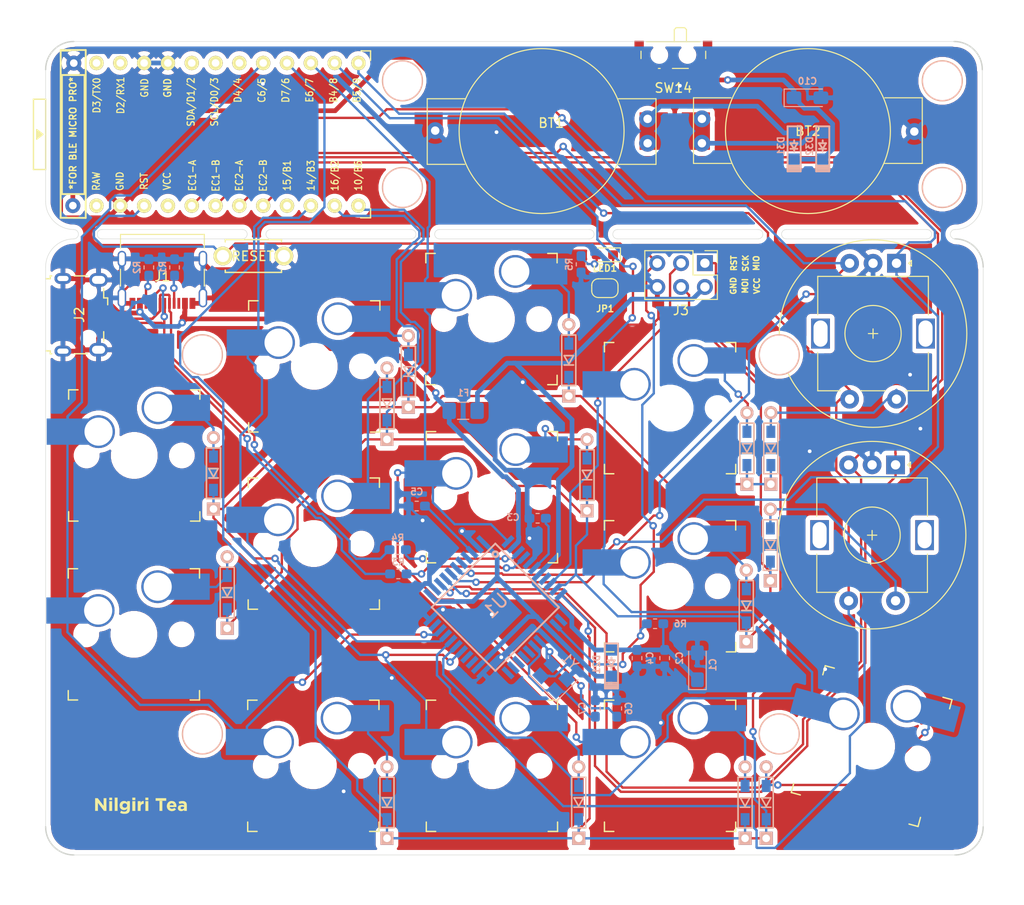
<source format=kicad_pcb>
(kicad_pcb (version 20171130) (host pcbnew "(5.1.4-0-10_14)")
  (layers (0 F.Cu signal) (31 B.Cu signal) (34 B.Paste user) (35 F.Paste user) (36 B.SilkS user) (37 F.SilkS user) (38 B.Mask user) (39 F.Mask user) (44 Edge.Cuts user))
  (net 0 "")
  (net 1 GND)
  (net 2 "Net-(D4-Pad2)")
  (net 3 Col4)
  (net 4 "Net-(D11-Pad2)")
  (net 5 "Net-(D5-Pad2)")
  (net 6 "Net-(D6-Pad2)")
  (net 7 "Net-(D7-Pad2)")
  (net 8 "Net-(D8-Pad2)")
  (net 9 "Net-(D9-Pad2)")
  (net 10 "Net-(D10-Pad2)")
  (net 11 "Net-(D12-Pad2)")
  (net 12 "Net-(D13-Pad2)")
  (net 13 "Net-(D14-Pad2)")
  (net 14 Col0)
  (net 15 Col1)
  (net 16 Col2)
  (net 17 Col3)
  (net 18 RAW)
  (net 19 MISO)
  (net 20 D-)
  (net 21 D+)
  (net 22 "Net-(J1-PadA5)")
  (net 23 "Net-(J1-PadB5)")
  (net 24 SCK)
  (net 25 RESET)
  (net 26 "Net-(LED1-Pad2)")
  (net 27 Row0)
  (net 28 RA1)
  (net 29 RB1)
  (net 30 RB2)
  (net 31 RA2)
  (net 32 "Net-(BT1-Pad1)")
  (net 33 "Net-(BT2-Pad1)")
  (net 34 "Net-(C3-Pad1)")
  (net 35 "Net-(D21-Pad1)")
  (net 36 MOSI)
  (net 37 "Net-(C5-Pad1)")
  (net 38 "Net-(C6-Pad1)")
  (net 39 "Net-(C7-Pad2)")
  (net 40 "Net-(C10-Pad1)")
  (net 41 "Net-(D1-Pad2)")
  (net 42 "Net-(D2-Pad2)")
  (net 43 "Net-(D3-Pad2)")
  (net 44 "Net-(J10-Pad1)")
  (net 45 "Net-(R3-Pad1)")
  (net 46 "Net-(R4-Pad1)")
  (net 47 VCC)
  (net 48 "Net-(JP1-Pad2)")
  (module nilgiri:HU1632 (layer F.Cu) (at 167.5 47)
    (fp_text reference BT2 (at -0.046113 0) (layer F.SilkS))
    (fp_text value 3V)
    (pad 1 smd rect (at -12 0) (size 3 4) (layers F.Cu F.Paste F.Mask) (net 33 "Net-(BT2-Pad1)"))
    (pad 2 smd rect (at 12 0) (size 3 4) (layers F.Cu F.Paste F.Mask) (net 1 GND))
    (pad 1 thru_hole circle (at -11.3538 -1.3) (size 1.8 1.8) (drill 0.9) (layers *.Cu *.Mask) (net 33 "Net-(BT2-Pad1)"))
    (pad 1 thru_hole circle (at -11.3538 1.3) (size 1.8 1.8) (drill 0.9) (layers *.Cu *.Mask) (net 33 "Net-(BT2-Pad1)"))
    (pad 2 thru_hole circle (at 11.3 0.05) (size 1.8 1.8) (drill 0.9) (layers *.Cu *.Mask) (net 1 GND))
  )
  (module nilgiri:D3_TH_SMD (layer B.Cu) (at 143.891 83.693 90)
    (fp_text reference D8 hide)
    (fp_text value 1N4148W hide)
    (pad 2 smd rect (at 1.775 0 90) (size 1.3 0.95) (layers B.Cu B.Paste B.Mask) (net 8 "Net-(D8-Pad2)"))
    (pad 2 thru_hole circle (at 3.81 0 90) (size 1.397 1.397) (drill 0.8128) (layers *.Cu *.Mask B.SilkS) (net 8 "Net-(D8-Pad2)"))
    (pad 1 thru_hole rect (at -3.81 0 90) (size 1.397 1.397) (drill 0.8128) (layers *.Cu *.Mask B.SilkS) (net 36 MOSI))
    (pad 1 smd rect (at -1.775 0 90) (size 1.3 0.95) (layers B.Cu B.Paste B.Mask) (net 36 MOSI))
  )
  (module nilgiri:HU1632 (layer F.Cu) (at 139 47 180)
    (fp_text reference BT1 (at -1.0628 0.8556) (layer F.SilkS))
    (fp_text value 3V)
    (pad 1 smd rect (at -12 0 180) (size 3 4) (layers F.Cu F.Paste F.Mask) (net 32 "Net-(BT1-Pad1)"))
    (pad 2 smd rect (at 12 0 180) (size 3 4) (layers F.Cu F.Paste F.Mask) (net 1 GND))
    (pad 1 thru_hole circle (at -11.3538 -1.3 180) (size 1.8 1.8) (drill 0.9) (layers *.Cu *.Mask) (net 32 "Net-(BT1-Pad1)"))
    (pad 1 thru_hole circle (at -11.3538 1.3 180) (size 1.8 1.8) (drill 0.9) (layers *.Cu *.Mask) (net 32 "Net-(BT1-Pad1)"))
    (pad 2 thru_hole circle (at 11.3 0.05 180) (size 1.8 1.8) (drill 0.9) (layers *.Cu *.Mask) (net 1 GND))
  )
  (module kbd:CherryMX_Hotswap_v2 (layer F.Cu) (at 95.6 81.6)
    (fp_text reference SW1)
    (fp_text value SW_PUSH)
    (pad "" np_thru_hole circle (at 2.54 -5.08) (size 3.5 3.5) (drill 3) (layers *.Cu *.Mask))
    (pad "" np_thru_hole circle (at 0 0) (size 3.9878 3.9878) (drill 3.9878) (layers *.Cu *.Mask))
    (pad "" np_thru_hole circle (at -3.81 -2.54) (size 3.5 3.5) (drill 3) (layers *.Cu *.Mask))
    (pad "" np_thru_hole circle (at -5.08 0 48.0996) (size 1.75 1.75) (drill 1.75) (layers *.Cu *.Mask))
    (pad "" np_thru_hole circle (at 5.08 0 48.0996) (size 1.75 1.75) (drill 1.75) (layers *.Cu *.Mask))
    (pad 1 smd rect (at -7.085 -2.54) (size 4.5 2.8) (layers B.Cu) (net 14 Col0))
    (pad 2 smd rect (at 5.842 -5.08) (size 4.5 2.8) (layers B.Cu) (net 41 "Net-(D1-Pad2)"))
  )
  (module kbd:CherryMX_Hotswap_v2 (layer F.Cu) (at 114.8 72.1)
    (fp_text reference SW4)
    (fp_text value SW_PUSH)
    (pad "" np_thru_hole circle (at 2.54 -5.08) (size 3.5 3.5) (drill 3) (layers *.Cu *.Mask))
    (pad "" np_thru_hole circle (at 0 0) (size 3.9878 3.9878) (drill 3.9878) (layers *.Cu *.Mask))
    (pad "" np_thru_hole circle (at -3.81 -2.54) (size 3.5 3.5) (drill 3) (layers *.Cu *.Mask))
    (pad "" np_thru_hole circle (at -5.08 0 48.0996) (size 1.75 1.75) (drill 1.75) (layers *.Cu *.Mask))
    (pad "" np_thru_hole circle (at 5.08 0 48.0996) (size 1.75 1.75) (drill 1.75) (layers *.Cu *.Mask))
    (pad 1 smd rect (at -7.085 -2.54) (size 4.5 2.8) (layers B.Cu) (net 15 Col1))
    (pad 2 smd rect (at 5.842 -5.08) (size 4.5 2.8) (layers B.Cu) (net 2 "Net-(D4-Pad2)"))
  )
  (module LED_SMD:LED_0603_1608Metric_Pad1.05x0.95mm_HandSolder (layer F.Cu) (at 145.796 60.198 180)
    (fp_text reference LED1 (at 0 -1.43) (layer F.SilkS) (effects (font (size 0.7 0.7))))
    (fp_text value PWR)
    (pad 2 smd roundrect (at 0.875 0 180) (size 1.05 0.95) (layers F.Cu F.Paste F.Mask) (net 26 "Net-(LED1-Pad2)"))
    (pad 1 smd roundrect (at -0.875 0 180) (size 1.05 0.95) (layers F.Cu F.Paste F.Mask) (net 48 "Net-(JP1-Pad2)"))
  )
  (module Resistor_SMD:R_0603_1608Metric_Pad1.05x0.95mm_HandSolder (layer B.Cu) (at 143.256 61.214 90)
    (fp_text reference R5 (at 0 -1.27 90) (layer B.SilkS) (effects (font (size 0.7 0.7)) (justify mirror)))
    (fp_text value 1k)
    (pad 2 smd roundrect (at 0.875 0 90) (size 1.05 0.95) (layers B.Cu B.Paste B.Mask) (net 26 "Net-(LED1-Pad2)"))
    (pad 1 smd roundrect (at -0.875 0 90) (size 1.05 0.95) (layers B.Cu B.Paste B.Mask) (net 1 GND))
  )
  (module kbd:CherryMX_Hotswap_v2 (layer F.Cu) (at 114.7 114.7)
    (fp_text reference SW3)
    (fp_text value SW_PUSH)
    (pad "" np_thru_hole circle (at 2.54 -5.08) (size 3.5 3.5) (drill 3) (layers *.Cu *.Mask))
    (pad "" np_thru_hole circle (at 0 0) (size 3.9878 3.9878) (drill 3.9878) (layers *.Cu *.Mask))
    (pad "" np_thru_hole circle (at -3.81 -2.54) (size 3.5 3.5) (drill 3) (layers *.Cu *.Mask))
    (pad "" np_thru_hole circle (at -5.08 0 48.0996) (size 1.75 1.75) (drill 1.75) (layers *.Cu *.Mask))
    (pad "" np_thru_hole circle (at 5.08 0 48.0996) (size 1.75 1.75) (drill 1.75) (layers *.Cu *.Mask))
    (pad 1 smd rect (at -7.085 -2.54) (size 4.5 2.8) (layers B.Cu) (net 14 Col0))
    (pad 2 smd rect (at 5.842 -5.08) (size 4.5 2.8) (layers B.Cu) (net 43 "Net-(D3-Pad2)"))
  )
  (module kbd:ResetSW_1side (layer F.Cu) (at 108.3056 60.325)
    (fp_text reference SW13 hide)
    (fp_text value SW_RESET)
    (fp_text user RESET (at -0.0872 0.021) (layer F.SilkS))
    (pad 2 thru_hole circle (at -3.25 0) (size 2 2) (drill 1.3) (layers *.Cu F.SilkS B.Mask) (net 25 RESET))
    (pad 1 thru_hole circle (at 3.25 0) (size 2 2) (drill 1.3) (layers *.Cu F.SilkS B.Mask) (net 1 GND))
  )
  (module Capacitor_SMD:C_0603_1608Metric_Pad1.05x0.95mm_HandSolder (layer B.Cu) (at 147.066 108.585 90)
    (fp_text reference C6 (at 0 1.27 90) (layer B.SilkS) (effects (font (size 0.7 0.7)) (justify mirror)))
    (fp_text value 22p)
    (pad 2 smd roundrect (at 0.875 0 90) (size 1.05 0.95) (layers B.Cu B.Paste B.Mask) (net 1 GND))
    (pad 1 smd roundrect (at -0.875 0 90) (size 1.05 0.95) (layers B.Cu B.Paste B.Mask) (net 38 "Net-(C6-Pad1)"))
  )
  (module kbd:CherryMX_Hotswap_v2 (layer F.Cu) (at 133.75 86.05)
    (fp_text reference SW8)
    (fp_text value SW_PUSH)
    (pad "" np_thru_hole circle (at 2.54 -5.08) (size 3.5 3.5) (drill 3) (layers *.Cu *.Mask))
    (pad "" np_thru_hole circle (at 0 0) (size 3.9878 3.9878) (drill 3.9878) (layers *.Cu *.Mask))
    (pad "" np_thru_hole circle (at -3.81 -2.54) (size 3.5 3.5) (drill 3) (layers *.Cu *.Mask))
    (pad "" np_thru_hole circle (at -5.08 0 48.0996) (size 1.75 1.75) (drill 1.75) (layers *.Cu *.Mask))
    (pad "" np_thru_hole circle (at 5.08 0 48.0996) (size 1.75 1.75) (drill 1.75) (layers *.Cu *.Mask))
    (pad 1 smd rect (at -7.085 -2.54) (size 4.5 2.8) (layers B.Cu) (net 16 Col2))
    (pad 2 smd rect (at 5.842 -5.08) (size 4.5 2.8) (layers B.Cu) (net 8 "Net-(D8-Pad2)"))
  )
  (module kbd:CherryMX_Hotswap_v2 (layer F.Cu) (at 174.25 112.6 345)
    (fp_text reference SW12)
    (fp_text value SW_PUSH)
    (pad "" np_thru_hole circle (at 2.54 -5.08 345) (size 3.5 3.5) (drill 3) (layers *.Cu *.Mask))
    (pad "" np_thru_hole circle (at 0 0 345) (size 3.9878 3.9878) (drill 3.9878) (layers *.Cu *.Mask))
    (pad "" np_thru_hole circle (at -3.81 -2.54 345) (size 3.5 3.5) (drill 3) (layers *.Cu *.Mask))
    (pad "" np_thru_hole circle (at -5.08 0 33.0996) (size 1.75 1.75) (drill 1.75) (layers *.Cu *.Mask))
    (pad "" np_thru_hole circle (at 5.08 0 33.0996) (size 1.75 1.75) (drill 1.75) (layers *.Cu *.Mask))
    (pad 1 smd rect (at -7.085 -2.54 345) (size 4.5 2.8) (layers B.Cu) (net 17 Col3))
    (pad 2 smd rect (at 5.842 -5.08 345) (size 4.5 2.8) (layers B.Cu) (net 11 "Net-(D12-Pad2)"))
  )
  (module kbd:CherryMX_Hotswap_v2 (layer F.Cu) (at 152.75 95.55)
    (fp_text reference SW11)
    (fp_text value SW_PUSH)
    (pad "" np_thru_hole circle (at 2.54 -5.08) (size 3.5 3.5) (drill 3) (layers *.Cu *.Mask))
    (pad "" np_thru_hole circle (at 0 0) (size 3.9878 3.9878) (drill 3.9878) (layers *.Cu *.Mask))
    (pad "" np_thru_hole circle (at -3.81 -2.54) (size 3.5 3.5) (drill 3) (layers *.Cu *.Mask))
    (pad "" np_thru_hole circle (at -5.08 0 48.0996) (size 1.75 1.75) (drill 1.75) (layers *.Cu *.Mask))
    (pad "" np_thru_hole circle (at 5.08 0 48.0996) (size 1.75 1.75) (drill 1.75) (layers *.Cu *.Mask))
    (pad 1 smd rect (at -7.085 -2.54) (size 4.5 2.8) (layers B.Cu) (net 17 Col3))
    (pad 2 smd rect (at 5.842 -5.08) (size 4.5 2.8) (layers B.Cu) (net 4 "Net-(D11-Pad2)"))
  )
  (module kbd:CherryMX_Hotswap_v2 (layer F.Cu) (at 152.75 76.55)
    (fp_text reference SW10)
    (fp_text value SW_PUSH)
    (pad "" np_thru_hole circle (at 2.54 -5.08) (size 3.5 3.5) (drill 3) (layers *.Cu *.Mask))
    (pad "" np_thru_hole circle (at 0 0) (size 3.9878 3.9878) (drill 3.9878) (layers *.Cu *.Mask))
    (pad "" np_thru_hole circle (at -3.81 -2.54) (size 3.5 3.5) (drill 3) (layers *.Cu *.Mask))
    (pad "" np_thru_hole circle (at -5.08 0 48.0996) (size 1.75 1.75) (drill 1.75) (layers *.Cu *.Mask))
    (pad "" np_thru_hole circle (at 5.08 0 48.0996) (size 1.75 1.75) (drill 1.75) (layers *.Cu *.Mask))
    (pad 1 smd rect (at -7.085 -2.54) (size 4.5 2.8) (layers B.Cu) (net 17 Col3))
    (pad 2 smd rect (at 5.842 -5.08) (size 4.5 2.8) (layers B.Cu) (net 10 "Net-(D10-Pad2)"))
  )
  (module kbd:CherryMX_Hotswap_v2 (layer F.Cu) (at 152.75 114.7)
    (fp_text reference SW9)
    (fp_text value SW_PUSH)
    (pad "" np_thru_hole circle (at 2.54 -5.08) (size 3.5 3.5) (drill 3) (layers *.Cu *.Mask))
    (pad "" np_thru_hole circle (at 0 0) (size 3.9878 3.9878) (drill 3.9878) (layers *.Cu *.Mask))
    (pad "" np_thru_hole circle (at -3.81 -2.54) (size 3.5 3.5) (drill 3) (layers *.Cu *.Mask))
    (pad "" np_thru_hole circle (at -5.08 0 48.0996) (size 1.75 1.75) (drill 1.75) (layers *.Cu *.Mask))
    (pad "" np_thru_hole circle (at 5.08 0 48.0996) (size 1.75 1.75) (drill 1.75) (layers *.Cu *.Mask))
    (pad 1 smd rect (at -7.085 -2.54) (size 4.5 2.8) (layers B.Cu) (net 16 Col2))
    (pad 2 smd rect (at 5.842 -5.08) (size 4.5 2.8) (layers B.Cu) (net 9 "Net-(D9-Pad2)"))
  )
  (module kbd:CherryMX_Hotswap_v2 (layer F.Cu) (at 133.7 67.05)
    (fp_text reference SW7)
    (fp_text value SW_PUSH)
    (pad "" np_thru_hole circle (at 2.54 -5.08) (size 3.5 3.5) (drill 3) (layers *.Cu *.Mask))
    (pad "" np_thru_hole circle (at 0 0) (size 3.9878 3.9878) (drill 3.9878) (layers *.Cu *.Mask))
    (pad "" np_thru_hole circle (at -3.81 -2.54) (size 3.5 3.5) (drill 3) (layers *.Cu *.Mask))
    (pad "" np_thru_hole circle (at -5.08 0 48.0996) (size 1.75 1.75) (drill 1.75) (layers *.Cu *.Mask))
    (pad "" np_thru_hole circle (at 5.08 0 48.0996) (size 1.75 1.75) (drill 1.75) (layers *.Cu *.Mask))
    (pad 1 smd rect (at -7.085 -2.54) (size 4.5 2.8) (layers B.Cu) (net 16 Col2))
    (pad 2 smd rect (at 5.842 -5.08) (size 4.5 2.8) (layers B.Cu) (net 7 "Net-(D7-Pad2)"))
  )
  (module kbd:CherryMX_Hotswap_v2 (layer F.Cu) (at 133.75 114.7)
    (fp_text reference SW6)
    (fp_text value SW_PUSH)
    (pad "" np_thru_hole circle (at 2.54 -5.08) (size 3.5 3.5) (drill 3) (layers *.Cu *.Mask))
    (pad "" np_thru_hole circle (at 0 0) (size 3.9878 3.9878) (drill 3.9878) (layers *.Cu *.Mask))
    (pad "" np_thru_hole circle (at -3.81 -2.54) (size 3.5 3.5) (drill 3) (layers *.Cu *.Mask))
    (pad "" np_thru_hole circle (at -5.08 0 48.0996) (size 1.75 1.75) (drill 1.75) (layers *.Cu *.Mask))
    (pad "" np_thru_hole circle (at 5.08 0 48.0996) (size 1.75 1.75) (drill 1.75) (layers *.Cu *.Mask))
    (pad 1 smd rect (at -7.085 -2.54) (size 4.5 2.8) (layers B.Cu) (net 15 Col1))
    (pad 2 smd rect (at 5.842 -5.08) (size 4.5 2.8) (layers B.Cu) (net 6 "Net-(D6-Pad2)"))
  )
  (module kbd:CherryMX_Hotswap_v2 (layer F.Cu) (at 114.75 91)
    (fp_text reference SW5)
    (fp_text value SW_PUSH)
    (pad "" np_thru_hole circle (at 2.54 -5.08) (size 3.5 3.5) (drill 3) (layers *.Cu *.Mask))
    (pad "" np_thru_hole circle (at 0 0) (size 3.9878 3.9878) (drill 3.9878) (layers *.Cu *.Mask))
    (pad "" np_thru_hole circle (at -3.81 -2.54) (size 3.5 3.5) (drill 3) (layers *.Cu *.Mask))
    (pad "" np_thru_hole circle (at -5.08 0 48.0996) (size 1.75 1.75) (drill 1.75) (layers *.Cu *.Mask))
    (pad "" np_thru_hole circle (at 5.08 0 48.0996) (size 1.75 1.75) (drill 1.75) (layers *.Cu *.Mask))
    (pad 1 smd rect (at -7.085 -2.54) (size 4.5 2.8) (layers B.Cu) (net 15 Col1))
    (pad 2 smd rect (at 5.842 -5.08) (size 4.5 2.8) (layers B.Cu) (net 5 "Net-(D5-Pad2)"))
  )
  (module kbd:CherryMX_Hotswap_v2 (layer F.Cu) (at 95.56 100.68)
    (fp_text reference SW2)
    (fp_text value SW_PUSH)
    (pad "" np_thru_hole circle (at 2.54 -5.08) (size 3.5 3.5) (drill 3) (layers *.Cu *.Mask))
    (pad "" np_thru_hole circle (at 0 0) (size 3.9878 3.9878) (drill 3.9878) (layers *.Cu *.Mask))
    (pad "" np_thru_hole circle (at -3.81 -2.54) (size 3.5 3.5) (drill 3) (layers *.Cu *.Mask))
    (pad "" np_thru_hole circle (at -5.08 0 48.0996) (size 1.75 1.75) (drill 1.75) (layers *.Cu *.Mask))
    (pad "" np_thru_hole circle (at 5.08 0 48.0996) (size 1.75 1.75) (drill 1.75) (layers *.Cu *.Mask))
    (pad 1 smd rect (at -7.085 -2.54) (size 4.5 2.8) (layers B.Cu) (net 14 Col0))
    (pad 2 smd rect (at 5.842 -5.08) (size 4.5 2.8) (layers B.Cu) (net 42 "Net-(D2-Pad2)"))
  )
  (module nilgiri:nil_logo (layer F.Cu) (at 94.615 118.999)
    (fp_text reference H99 hide)
    (fp_text value LOGO)
  )
  (module Connector_USB:USB_C_Receptacle_Palconn_UTC16-G (layer F.Cu) (at 98.6028 62.865 180)
    (fp_text reference J1 (at 0 0.35) (layer F.SilkS))
    (fp_text value USB-C)
    (pad S1 thru_hole oval (at -4.32 -1.93 270) (size 2 0.9) (drill oval 1.7 0.6) (layers *.Cu *.Mask) (net 1 GND))
    (pad S1 thru_hole oval (at 4.32 -1.93 270) (size 2 0.9) (drill oval 1.7 0.6) (layers *.Cu *.Mask) (net 1 GND))
    (pad S1 thru_hole oval (at -4.32 2.24 270) (size 1.7 0.9) (drill oval 1.4 0.6) (layers *.Cu *.Mask) (net 1 GND))
    (pad S1 thru_hole oval (at 4.32 2.24 270) (size 1.7 0.9) (drill oval 1.4 0.6) (layers *.Cu *.Mask) (net 1 GND))
    (pad B7 smd rect (at -0.75 -2.51) (size 0.3 1.16) (layers F.Cu F.Paste F.Mask) (net 20 D-))
    (pad A6 smd rect (at -0.25 -2.51) (size 0.3 1.16) (layers F.Cu F.Paste F.Mask) (net 21 D+))
    (pad A7 smd rect (at 0.25 -2.51) (size 0.3 1.16) (layers F.Cu F.Paste F.Mask) (net 20 D-))
    (pad B8 smd rect (at -1.75 -2.51) (size 0.3 1.16) (layers F.Cu F.Paste F.Mask))
    (pad A5 smd rect (at -1.25 -2.51) (size 0.3 1.16) (layers F.Cu F.Paste F.Mask) (net 22 "Net-(J1-PadA5)"))
    (pad A8 smd rect (at 1.25 -2.51) (size 0.3 1.16) (layers F.Cu F.Paste F.Mask))
    (pad B6 smd rect (at 0.75 -2.51) (size 0.3 1.16) (layers F.Cu F.Paste F.Mask) (net 21 D+))
    (pad B5 smd rect (at 1.75 -2.51) (size 0.3 1.16) (layers F.Cu F.Paste F.Mask) (net 23 "Net-(J1-PadB5)"))
    (pad "" np_thru_hole circle (at 2.89 -1.45) (size 0.6 0.6) (drill 0.6) (layers *.Cu *.Mask))
    (pad "" np_thru_hole circle (at -2.89 -1.45) (size 0.6 0.6) (drill 0.6) (layers *.Cu *.Mask))
    (pad A4 smd rect (at -2.4 -2.51 180) (size 0.6 1.16) (layers F.Cu F.Paste F.Mask) (net 18 RAW))
    (pad B9 smd rect (at -2.4 -2.51 180) (size 0.6 1.16) (layers F.Cu F.Paste F.Mask) (net 18 RAW))
    (pad A1 smd rect (at -3.2 -2.51 180) (size 0.6 1.16) (layers F.Cu F.Paste F.Mask) (net 1 GND))
    (pad B12 smd rect (at -3.2 -2.51 180) (size 0.6 1.16) (layers F.Cu F.Paste F.Mask) (net 1 GND))
    (pad B4 smd rect (at 2.4 -2.51 180) (size 0.6 1.16) (layers F.Cu F.Paste F.Mask) (net 18 RAW))
    (pad B1 smd rect (at 3.2 -2.51 180) (size 0.6 1.16) (layers F.Cu F.Paste F.Mask) (net 1 GND))
    (pad A9 smd rect (at 2.4 -2.51 180) (size 0.6 1.16) (layers F.Cu F.Paste F.Mask) (net 18 RAW))
    (pad A12 smd rect (at 3.2 -2.51 180) (size 0.6 1.16) (layers F.Cu F.Paste F.Mask) (net 1 GND))
  )
  (module nilgiri:M2_spacer (layer F.Cu) (at 181.784 41.64)
    (fp_text reference H3 hide)
    (fp_text value MountingHole hide)
    (pad "" np_thru_hole circle (at 0 0) (size 4.1 4.1) (drill 4.1) (layers *.Cu *.Mask))
  )
  (module nilgiri:M2_spacer (layer F.Cu) (at 181.784 53.02)
    (fp_text reference H4 hide)
    (fp_text value MountingHole hide)
    (pad "" np_thru_hole circle (at 0 0) (size 4.1 4.1) (drill 4.1) (layers *.Cu *.Mask))
  )
  (module nilgiri:M2_spacer (layer F.Cu) (at 124.206 41.64)
    (fp_text reference H1 hide)
    (fp_text value MountingHole hide)
    (pad "" np_thru_hole circle (at 0 0) (size 4.1 4.1) (drill 4.1) (layers *.Cu *.Mask))
  )
  (module "nilgiri:Hole 0.8mm" (layer F.Cu) (at 89.15 39.75)
    (fp_text reference J11 hide)
    (fp_text value BAT-)
    (pad 1 thru_hole circle (at 0 0) (size 1.6002 1.6002) (drill 0.8128) (layers *.Cu *.Mask) (net 1 GND))
  )
  (module nilgiri:M2_spacer (layer F.Cu) (at 124.206 53.02)
    (fp_text reference H2 hide)
    (fp_text value MountingHole hide)
    (pad "" np_thru_hole circle (at 0 0) (size 4.1 4.1) (drill 4.1) (layers *.Cu *.Mask))
  )
  (module "nilgiri:Hole 0.8mm" (layer F.Cu) (at 89.05 54.95)
    (fp_text reference J10 hide)
    (fp_text value BAT+)
    (pad 1 thru_hole circle (at 0 0) (size 1.6002 1.6002) (drill 0.8128) (layers *.Cu *.Mask) (net 44 "Net-(J10-Pad1)"))
  )
  (module Keebio:D_SOD123F (layer B.Cu) (at 165.984 48.594 90)
    (fp_text reference D31 (at 0 -1.4 270) (layer B.SilkS) (effects (font (size 0.7 0.7)) (justify mirror)))
    (fp_text value MBR120 hide)
    (pad 2 smd rect (at 1.4 0 90) (size 1.2 1.2) (layers B.Cu B.Paste B.Mask) (net 32 "Net-(BT1-Pad1)"))
    (pad 1 smd rect (at -1.4 0 90) (size 1.2 1.2) (layers B.Cu B.Paste B.Mask) (net 40 "Net-(C10-Pad1)"))
  )
  (module Capacitor_Tantalum_SMD:CP_EIA-3216-10_Kemet-I_Pad1.58x1.35mm_HandSolder (layer B.Cu) (at 167.4 43.45)
    (fp_text reference C10 (at 0 -1.778) (layer B.SilkS) (effects (font (size 0.7 0.7)) (justify mirror)))
    (fp_text value 10u)
    (pad 1 smd roundrect (at -1.4375 0) (size 1.575 1.35) (layers B.Cu B.Paste B.Mask) (roundrect_rratio 0.185185) (net 40 "Net-(C10-Pad1)"))
    (pad 2 smd roundrect (at 1.4375 0) (size 1.575 1.35) (layers B.Cu B.Paste B.Mask) (roundrect_rratio 0.185185) (net 1 GND))
  )
  (module Keebio:D_SOD123F (layer B.Cu) (at 169.032 48.594 90)
    (fp_text reference D32 (at 0 -1.4 270) (layer B.SilkS) (effects (font (size 0.7 0.7)) (justify mirror)))
    (fp_text value MBR120 hide)
    (pad 2 smd rect (at 1.4 0 90) (size 1.2 1.2) (layers B.Cu B.Paste B.Mask) (net 33 "Net-(BT2-Pad1)"))
    (pad 1 smd rect (at -1.4 0 90) (size 1.2 1.2) (layers B.Cu B.Paste B.Mask) (net 40 "Net-(C10-Pad1)"))
  )
  (module kbd:ProMicro_v3 (layer F.Cu) (at 106.05 47.35 90)
    (fp_text reference U2 hide)
    (fp_text value ProMicro hide)
    (fp_text user GND (at -5.0018 -11.9789 90 unlocked) (layer F.SilkS) (effects (font (size 0.75 0.67) (thickness 0.125))))
    (fp_text user B4/8 (at 4.705 10.8 90 unlocked) (layer F.SilkS) (effects (font (size 0.75 0.67) (thickness 0.125))))
    (fp_text user D2/RX1 (at 4.155 -11.9 90 unlocked) (layer F.SilkS) (effects (font (size 0.75 0.67) (thickness 0.125))))
    (fp_text user B5/9 (at 4.705 13.3 90 unlocked) (layer F.SilkS) (effects (font (size 0.75 0.67) (thickness 0.125))))
    (fp_text user C6/5 (at 4.705 3.15 90 unlocked) (layer F.SilkS) (effects (font (size 0.75 0.67) (thickness 0.125))))
    (fp_text user SCL/D0/3 (at 3.455 -1.9 90 unlocked) (layer F.SilkS) (effects (font (size 0.75 0.67) (thickness 0.125))))
    (fp_text user SDA/D1/2 (at 3.455 -4.4 90 unlocked) (layer F.SilkS) (effects (font (size 0.75 0.67) (thickness 0.125))))
    (fp_text user D4/4 (at 4.705 0.6 90 unlocked) (layer F.SilkS) (effects (font (size 0.75 0.67) (thickness 0.125))))
    (fp_text user D3/TX0 (at 4.155 -14.45 90 unlocked) (layer F.SilkS) (effects (font (size 0.75 0.67) (thickness 0.125))))
    (fp_text user GND (at 4.955 -6.9 90 unlocked) (layer F.SilkS) (effects (font (size 0.75 0.67) (thickness 0.125))))
    (fp_text user GND (at 4.955 -9.35 90 unlocked) (layer F.SilkS) (effects (font (size 0.75 0.67) (thickness 0.125))))
    (fp_text user D7/6 (at 4.705 5.7 90 unlocked) (layer F.SilkS) (effects (font (size 0.75 0.67) (thickness 0.125))))
    (fp_text user E6/7 (at 4.705 8.25 90 unlocked) (layer F.SilkS) (effects (font (size 0.75 0.67) (thickness 0.125))))
    (fp_text user 16/B2 (at -4.395 10.95 90 unlocked) (layer F.SilkS) (effects (font (size 0.75 0.67) (thickness 0.125))))
    (fp_text user 10/B6 (at -4.395 13.45 90 unlocked) (layer F.SilkS) (effects (font (size 0.75 0.67) (thickness 0.125))))
    (fp_text user 14/B3 (at -4.395 8.4 90 unlocked) (layer F.SilkS) (effects (font (size 0.75 0.67) (thickness 0.125))))
    (fp_text user 15/B1 (at -4.395 5.85 90 unlocked) (layer F.SilkS) (effects (font (size 0.75 0.67) (thickness 0.125))))
    (fp_text user EC2-B (at -4.395 3.3 90 unlocked) (layer F.SilkS) (effects (font (size 0.75 0.67) (thickness 0.125))))
    (fp_text user EC2-A (at -4.395 0.75 90 unlocked) (layer F.SilkS) (effects (font (size 0.75 0.67) (thickness 0.125))))
    (fp_text user EC1-B (at -4.395 -1.75 90 unlocked) (layer F.SilkS) (effects (font (size 0.75 0.67) (thickness 0.125))))
    (fp_text user EC1-A (at -4.395 -4.25 90 unlocked) (layer F.SilkS) (effects (font (size 0.75 0.67) (thickness 0.125))))
    (fp_text user VCC (at -4.995 -6.95 90 unlocked) (layer F.SilkS) (effects (font (size 0.75 0.67) (thickness 0.125))))
    (fp_text user RST (at -4.995 -9.4 90 unlocked) (layer F.SilkS) (effects (font (size 0.75 0.67) (thickness 0.125))))
    (fp_text user GND (at 4.955 -6.9 90 unlocked) (layer F.SilkS) (effects (font (size 0.75 0.67) (thickness 0.125))))
    (fp_text user RAW (at -4.995 -14.5 90 unlocked) (layer F.SilkS) (effects (font (size 0.75 0.67) (thickness 0.125))))
    (pad 1 thru_hole circle (at 7.6114 -14.478 90) (size 1.524 1.524) (drill 0.8128) (layers *.Cu F.SilkS B.Mask))
    (pad 2 thru_hole circle (at 7.6114 -11.938 90) (size 1.524 1.524) (drill 0.8128) (layers *.Cu F.SilkS B.Mask))
    (pad 3 thru_hole circle (at 7.6114 -9.398 90) (size 1.524 1.524) (drill 0.8128) (layers *.Cu F.SilkS B.Mask) (net 1 GND))
    (pad 4 thru_hole circle (at 7.6114 -6.858 90) (size 1.524 1.524) (drill 0.8128) (layers *.Cu F.SilkS B.Mask) (net 1 GND))
    (pad 5 thru_hole circle (at 7.6114 -4.318 90) (size 1.524 1.524) (drill 0.8128) (layers *.Cu F.SilkS B.Mask))
    (pad 6 thru_hole circle (at 7.6114 -1.778 90) (size 1.524 1.524) (drill 0.8128) (layers *.Cu F.SilkS B.Mask))
    (pad 7 thru_hole circle (at 7.6114 0.762 90) (size 1.524 1.524) (drill 0.8128) (layers *.Cu F.SilkS B.Mask))
    (pad 8 thru_hole circle (at 7.6114 3.302 90) (size 1.524 1.524) (drill 0.8128) (layers *.Cu F.SilkS B.Mask) (net 14 Col0))
    (pad 9 thru_hole circle (at 7.6114 5.842 90) (size 1.524 1.524) (drill 0.8128) (layers *.Cu F.SilkS B.Mask) (net 15 Col1))
    (pad 10 thru_hole circle (at 7.6114 8.382 90) (size 1.524 1.524) (drill 0.8128) (layers *.Cu F.SilkS B.Mask) (net 16 Col2))
    (pad 11 thru_hole circle (at 7.6114 10.922 90) (size 1.524 1.524) (drill 0.8128) (layers *.Cu F.SilkS B.Mask) (net 17 Col3))
    (pad 12 thru_hole circle (at 7.6114 13.462 90) (size 1.524 1.524) (drill 0.8128) (layers *.Cu F.SilkS B.Mask) (net 3 Col4))
    (pad 13 thru_hole circle (at -7.6086 13.462 90) (size 1.524 1.524) (drill 0.8128) (layers *.Cu F.SilkS B.Mask) (net 27 Row0))
    (pad 14 thru_hole circle (at -7.6086 10.922 90) (size 1.524 1.524) (drill 0.8128) (layers *.Cu F.SilkS B.Mask) (net 36 MOSI))
    (pad 15 thru_hole circle (at -7.6086 8.382 90) (size 1.524 1.524) (drill 0.8128) (layers *.Cu F.SilkS B.Mask) (net 19 MISO))
    (pad 16 thru_hole circle (at -7.6086 5.842 90) (size 1.524 1.524) (drill 0.8128) (layers *.Cu F.SilkS B.Mask))
    (pad 17 thru_hole circle (at -7.6086 3.302 90) (size 1.524 1.524) (drill 0.8128) (layers *.Cu F.SilkS B.Mask) (net 30 RB2))
    (pad 18 thru_hole circle (at -7.6086 0.762 90) (size 1.524 1.524) (drill 0.8128) (layers *.Cu F.SilkS B.Mask) (net 31 RA2))
    (pad 19 thru_hole circle (at -7.6086 -1.778 90) (size 1.524 1.524) (drill 0.8128) (layers *.Cu F.SilkS B.Mask) (net 29 RB1))
    (pad 20 thru_hole circle (at -7.6086 -4.318 90) (size 1.524 1.524) (drill 0.8128) (layers *.Cu F.SilkS B.Mask) (net 28 RA1))
    (pad 21 thru_hole circle (at -7.6086 -6.858 90) (size 1.524 1.524) (drill 0.8128) (layers *.Cu F.SilkS B.Mask))
    (pad 22 thru_hole circle (at -7.6086 -9.398 90) (size 1.524 1.524) (drill 0.8128) (layers *.Cu F.SilkS B.Mask) (net 25 RESET))
    (pad 23 thru_hole circle (at -7.6086 -11.938 90) (size 1.524 1.524) (drill 0.8128) (layers *.Cu F.SilkS B.Mask) (net 1 GND))
    (pad 24 thru_hole circle (at -7.6086 -14.478 90) (size 1.524 1.524) (drill 0.8128) (layers *.Cu F.SilkS B.Mask))
  )
  (module Button_Switch_SMD:SW_SPDT_PCM12 (layer F.Cu) (at 153.1 39.2 180)
    (fp_text reference SW14 (at 0 -3.2) (layer F.SilkS))
    (fp_text value PWR)
    (pad "" smd rect (at -3.65 -0.78 180) (size 1 0.8) (layers F.Cu F.Paste F.Mask))
    (pad "" smd rect (at 3.65 -0.78 180) (size 1 0.8) (layers F.Cu F.Paste F.Mask))
    (pad "" smd rect (at 3.65 1.43 180) (size 1 0.8) (layers F.Cu F.Paste F.Mask))
    (pad "" smd rect (at -3.65 1.43 180) (size 1 0.8) (layers F.Cu F.Paste F.Mask))
    (pad 3 smd rect (at 2.25 -1.43 180) (size 0.7 1.5) (layers F.Cu F.Paste F.Mask))
    (pad 2 smd rect (at 0.75 -1.43 180) (size 0.7 1.5) (layers F.Cu F.Paste F.Mask) (net 44 "Net-(J10-Pad1)"))
    (pad 1 smd rect (at -2.25 -1.43 180) (size 0.7 1.5) (layers F.Cu F.Paste F.Mask) (net 40 "Net-(C10-Pad1)"))
    (pad "" np_thru_hole circle (at 1.5 0.33 180) (size 0.9 0.9) (drill 0.9) (layers *.Cu *.Mask))
    (pad "" np_thru_hole circle (at -1.5 0.33 180) (size 0.9 0.9) (drill 0.9) (layers *.Cu *.Mask))
  )
  (module nilgiri:M2_spacer (layer F.Cu) (at 164.3888 111.3028)
    (fp_text reference H8 hide)
    (fp_text value MountingHole hide)
    (pad "" np_thru_hole circle (at 0 0) (size 4.1 4.1) (drill 4.1) (layers *.Cu *.Mask))
  )
  (module nilgiri:M2_spacer (layer F.Cu) (at 164.3888 70.866)
    (fp_text reference H7 hide)
    (fp_text value MountingHole hide)
    (pad "" np_thru_hole circle (at 0 0) (size 4.1 4.1) (drill 4.1) (layers *.Cu *.Mask))
  )
  (module nilgiri:M2_spacer (layer F.Cu) (at 102.87 111.3028)
    (fp_text reference H6 hide)
    (fp_text value MountingHole hide)
    (pad "" np_thru_hole circle (at 0 0) (size 4.1 4.1) (drill 4.1) (layers *.Cu *.Mask))
  )
  (module nilgiri:M2_spacer (layer F.Cu) (at 102.87 70.866)
    (fp_text reference H5 hide)
    (fp_text value MountingHole hide)
    (pad "" np_thru_hole circle (at 0 0) (size 4.1 4.1) (drill 4.1) (layers *.Cu *.Mask))
  )
  (module Connector_USB:USB_Micro-B_Wuerth_629105150521 (layer F.Cu) (at 89.9414 66.5988 270)
    (fp_text reference J2 (at 0 0.1975 90) (layer F.SilkS))
    (fp_text value USB_B_Micro)
    (pad 1 smd rect (at -1.3 -1.9 270) (size 0.45 1.3) (layers F.Cu F.Paste F.Mask) (net 18 RAW))
    (pad 2 smd rect (at -0.65 -1.9 270) (size 0.45 1.3) (layers F.Cu F.Paste F.Mask) (net 20 D-))
    (pad 3 smd rect (at 0 -1.9 270) (size 0.45 1.3) (layers F.Cu F.Paste F.Mask) (net 21 D+))
    (pad 4 smd rect (at 0.65 -1.9 270) (size 0.45 1.3) (layers F.Cu F.Paste F.Mask))
    (pad 5 smd rect (at 1.3 -1.9 270) (size 0.45 1.3) (layers F.Cu F.Paste F.Mask) (net 1 GND))
    (pad 6 thru_hole oval (at -3.725 -1.85 270) (size 1.45 2) (drill oval 0.85 1.4) (layers *.Cu *.Mask) (net 1 GND))
    (pad 6 thru_hole oval (at 3.725 -1.85 270) (size 1.45 2) (drill oval 0.85 1.4) (layers *.Cu *.Mask) (net 1 GND))
    (pad 6 thru_hole oval (at -3.875 1.95 270) (size 1.15 1.8) (drill oval 0.55 1.2) (layers *.Cu *.Mask) (net 1 GND))
    (pad 6 thru_hole oval (at 3.875 1.95 270) (size 1.15 1.8) (drill oval 0.55 1.2) (layers *.Cu *.Mask) (net 1 GND))
    (pad "" np_thru_hole oval (at -2.5 -0.8 270) (size 0.8 0.8) (drill 0.8) (layers *.Cu *.Mask))
    (pad "" np_thru_hole oval (at 2.5 -0.8 270) (size 0.8 0.8) (drill 0.8) (layers *.Cu *.Mask))
  )
  (module Rotary_Encoder:RotaryEncoder_Alps_EC11E-Switch_Vertical_H20mm (layer F.Cu) (at 176.9 61.1 270)
    (fp_text reference EC1 hide)
    (fp_text value EC11E18244A5)
    (pad S1 thru_hole circle (at 14.5 5 270) (size 2 2) (drill 1) (layers *.Cu *.Mask) (net 3 Col4))
    (pad S2 thru_hole circle (at 14.5 0 270) (size 2 2) (drill 1) (layers *.Cu *.Mask) (net 12 "Net-(D13-Pad2)"))
    (pad MP thru_hole rect (at 7.5 8.1 270) (size 3.2 2) (drill oval 2.8 1.5) (layers *.Cu *.Mask))
    (pad MP thru_hole rect (at 7.5 -3.1 270) (size 3.2 2) (drill oval 2.8 1.5) (layers *.Cu *.Mask))
    (pad B thru_hole circle (at 0 5 270) (size 2 2) (drill 1) (layers *.Cu *.Mask) (net 29 RB1))
    (pad C thru_hole circle (at 0 2.5 270) (size 2 2) (drill 1) (layers *.Cu *.Mask) (net 1 GND))
    (pad A thru_hole rect (at 0 0 270) (size 2 2) (drill 1) (layers *.Cu *.Mask) (net 28 RA1))
  )
  (module Capacitor_SMD:C_0603_1608Metric_Pad1.05x0.95mm_HandSolder (layer B.Cu) (at 138.625 88.3 180)
    (fp_text reference C3 (at 2.625 0.1 180) (layer B.SilkS) (effects (font (size 0.7 0.7)) (justify mirror)))
    (fp_text value 1u)
    (pad 2 smd roundrect (at 0.875 0 180) (size 1.05 0.95) (layers B.Cu B.Paste B.Mask) (net 1 GND))
    (pad 1 smd roundrect (at -0.875 0 180) (size 1.05 0.95) (layers B.Cu B.Paste B.Mask) (net 34 "Net-(C3-Pad1)"))
  )
  (module Resistor_SMD:R_0603_1608Metric_Pad1.05x0.95mm_HandSolder (layer B.Cu) (at 123.7615 94.234 180)
    (fp_text reference R3 (at -0.005 1.27) (layer B.SilkS) (effects (font (size 0.7 0.7)) (justify mirror)))
    (fp_text value 22)
    (pad 2 smd roundrect (at 0.875 0 180) (size 1.05 0.95) (layers B.Cu B.Paste B.Mask) (net 21 D+))
    (pad 1 smd roundrect (at -0.875 0 180) (size 1.05 0.95) (layers B.Cu B.Paste B.Mask) (net 45 "Net-(R3-Pad1)"))
  )
  (module Crystal:Crystal_SMD_3225-4Pin_3.2x2.5mm (layer B.Cu) (at 140.335 105.283 135)
    (fp_text reference Y1 (at 0 2.45 135) (layer B.SilkS) (effects (justify mirror)))
    (fp_text value 16MHz)
    (pad 4 smd rect (at -1.1 0.85 135) (size 1.4 1.2) (layers B.Cu B.Paste B.Mask) (net 1 GND))
    (pad 3 smd rect (at 1.1 0.85 135) (size 1.4 1.2) (layers B.Cu B.Paste B.Mask) (net 38 "Net-(C6-Pad1)"))
    (pad 2 smd rect (at 1.1 -0.85 135) (size 1.4 1.2) (layers B.Cu B.Paste B.Mask) (net 1 GND))
    (pad 1 smd rect (at -1.1 -0.85 135) (size 1.4 1.2) (layers B.Cu B.Paste B.Mask) (net 39 "Net-(C7-Pad2)"))
  )
  (module Keebio:ATMEGA32U4-AU (layer B.Cu) (at 134.112 97.79 225)
    (fp_text reference U1 (at -0.15 0.1 45) (layer B.SilkS) (effects (font (size 1.4 1.4) (thickness 0.2)) (justify mirror)))
    (fp_text value ATmega32U4-AU hide)
    (pad 44 smd rect (at -4 5.9 225) (size 0.5 1.5) (layers B.Cu B.Paste B.Mask) (net 35 "Net-(D21-Pad1)"))
    (pad 43 smd rect (at -3.2 5.9 225) (size 0.5 1.5) (layers B.Cu B.Paste B.Mask) (net 1 GND))
    (pad 42 smd rect (at -2.4 5.9 225) (size 0.5 1.5) (layers B.Cu B.Paste B.Mask) (net 37 "Net-(C5-Pad1)"))
    (pad 41 smd rect (at -1.6 5.9 225) (size 0.5 1.5) (layers B.Cu B.Paste B.Mask))
    (pad 40 smd rect (at -0.8 5.9 225) (size 0.5 1.5) (layers B.Cu B.Paste B.Mask))
    (pad 39 smd rect (at 0 5.9 225) (size 0.5 1.5) (layers B.Cu B.Paste B.Mask) (net 28 RA1))
    (pad 38 smd rect (at 0.8 5.9 225) (size 0.5 1.5) (layers B.Cu B.Paste B.Mask) (net 29 RB1))
    (pad 37 smd rect (at 1.6 5.9 225) (size 0.5 1.5) (layers B.Cu B.Paste B.Mask) (net 31 RA2))
    (pad 36 smd rect (at 2.4 5.9 225) (size 0.5 1.5) (layers B.Cu B.Paste B.Mask) (net 30 RB2))
    (pad 35 smd rect (at 3.2 5.9 225) (size 0.5 1.5) (layers B.Cu B.Paste B.Mask) (net 1 GND))
    (pad 34 smd rect (at 4 5.9 225) (size 0.5 1.5) (layers B.Cu B.Paste B.Mask) (net 35 "Net-(D21-Pad1)"))
    (pad 33 smd rect (at 5.9 4 225) (size 1.5 0.5) (layers B.Cu B.Paste B.Mask) (net 1 GND))
    (pad 32 smd rect (at 5.9 3.2 225) (size 1.5 0.5) (layers B.Cu B.Paste B.Mask))
    (pad 31 smd rect (at 5.9 2.4 225) (size 1.5 0.5) (layers B.Cu B.Paste B.Mask) (net 14 Col0))
    (pad 30 smd rect (at 5.9 1.6 225) (size 1.5 0.5) (layers B.Cu B.Paste B.Mask) (net 27 Row0))
    (pad 29 smd rect (at 5.9 0.8 225) (size 1.5 0.5) (layers B.Cu B.Paste B.Mask) (net 3 Col4))
    (pad 28 smd rect (at 5.9 0 225) (size 1.5 0.5) (layers B.Cu B.Paste B.Mask) (net 17 Col3))
    (pad 27 smd rect (at 5.9 -0.8 225) (size 1.5 0.5) (layers B.Cu B.Paste B.Mask) (net 15 Col1))
    (pad 26 smd rect (at 5.9 -1.6 225) (size 1.5 0.5) (layers B.Cu B.Paste B.Mask))
    (pad 25 smd rect (at 5.9 -2.4 225) (size 1.5 0.5) (layers B.Cu B.Paste B.Mask))
    (pad 24 smd rect (at 5.9 -3.2 225) (size 1.5 0.5) (layers B.Cu B.Paste B.Mask) (net 35 "Net-(D21-Pad1)"))
    (pad 23 smd rect (at 5.9 -4 225) (size 1.5 0.5) (layers B.Cu B.Paste B.Mask) (net 1 GND))
    (pad 22 smd rect (at 4 -5.9 225) (size 0.5 1.5) (layers B.Cu B.Paste B.Mask))
    (pad 21 smd rect (at 3.2 -5.9 225) (size 0.5 1.5) (layers B.Cu B.Paste B.Mask))
    (pad 20 smd rect (at 2.4 -5.9 225) (size 0.5 1.5) (layers B.Cu B.Paste B.Mask))
    (pad 19 smd rect (at 1.6 -5.9 225) (size 0.5 1.5) (layers B.Cu B.Paste B.Mask))
    (pad 18 smd rect (at 0.8 -5.9 225) (size 0.5 1.5) (layers B.Cu B.Paste B.Mask))
    (pad 17 smd rect (at 0 -5.9 225) (size 0.5 1.5) (layers B.Cu B.Paste B.Mask) (net 39 "Net-(C7-Pad2)"))
    (pad 16 smd rect (at -0.8 -5.9 225) (size 0.5 1.5) (layers B.Cu B.Paste B.Mask) (net 38 "Net-(C6-Pad1)"))
    (pad 15 smd rect (at -1.6 -5.9 225) (size 0.5 1.5) (layers B.Cu B.Paste B.Mask) (net 1 GND))
    (pad 14 smd rect (at -2.4 -5.9 225) (size 0.5 1.5) (layers B.Cu B.Paste B.Mask) (net 35 "Net-(D21-Pad1)"))
    (pad 13 smd rect (at -3.2 -5.9 225) (size 0.5 1.5) (layers B.Cu B.Paste B.Mask) (net 25 RESET))
    (pad 12 smd rect (at -4 -5.9 225) (size 0.5 1.5) (layers B.Cu B.Paste B.Mask))
    (pad 11 smd rect (at -5.9 -4 225) (size 1.5 0.5) (layers B.Cu B.Paste B.Mask) (net 19 MISO))
    (pad 10 smd rect (at -5.9 -3.2 225) (size 1.5 0.5) (layers B.Cu B.Paste B.Mask) (net 36 MOSI))
    (pad 9 smd rect (at -5.9 -2.4 225) (size 1.5 0.5) (layers B.Cu B.Paste B.Mask) (net 24 SCK))
    (pad 8 smd rect (at -5.9 -1.6 225) (size 1.5 0.5) (layers B.Cu B.Paste B.Mask))
    (pad 7 smd rect (at -5.9 -0.8 225) (size 1.5 0.5) (layers B.Cu B.Paste B.Mask) (net 47 VCC))
    (pad 6 smd rect (at -5.9 0 225) (size 1.5 0.5) (layers B.Cu B.Paste B.Mask) (net 34 "Net-(C3-Pad1)"))
    (pad 5 smd rect (at -5.9 0.8 225) (size 1.5 0.5) (layers B.Cu B.Paste B.Mask) (net 1 GND))
    (pad 4 smd rect (at -5.9 1.6 225) (size 1.5 0.5) (layers B.Cu B.Paste B.Mask) (net 45 "Net-(R3-Pad1)"))
    (pad 3 smd rect (at -5.9 2.4 225) (size 1.5 0.5) (layers B.Cu B.Paste B.Mask) (net 46 "Net-(R4-Pad1)"))
    (pad 2 smd rect (at -5.9 3.2 225) (size 1.5 0.5) (layers B.Cu B.Paste B.Mask) (net 18 RAW))
    (pad 1 smd rect (at -5.9 4 225) (size 1.5 0.5) (layers B.Cu B.Paste B.Mask) (net 16 Col2))
  )
  (module Resistor_SMD:R_0603_1608Metric_Pad1.05x0.95mm_HandSolder (layer B.Cu) (at 99.8982 61.5442 270)
    (fp_text reference R1 (at 0 1.27 90) (layer B.SilkS) (effects (font (size 0.7 0.7)) (justify mirror)))
    (fp_text value 5.1k)
    (pad 2 smd roundrect (at 0.875 0 270) (size 1.05 0.95) (layers B.Cu B.Paste B.Mask) (net 22 "Net-(J1-PadA5)"))
    (pad 1 smd roundrect (at -0.875 0 270) (size 1.05 0.95) (layers B.Cu B.Paste B.Mask) (net 1 GND))
  )
  (module Rotary_Encoder:RotaryEncoder_Alps_EC11E-Switch_Vertical_H20mm (layer F.Cu) (at 176.8 82.6 270)
    (fp_text reference EC2 hide)
    (fp_text value EC11E18244A5)
    (pad S1 thru_hole circle (at 14.5 5 270) (size 2 2) (drill 1) (layers *.Cu *.Mask) (net 3 Col4))
    (pad S2 thru_hole circle (at 14.5 0 270) (size 2 2) (drill 1) (layers *.Cu *.Mask) (net 13 "Net-(D14-Pad2)"))
    (pad MP thru_hole rect (at 7.5 8.1 270) (size 3.2 2) (drill oval 2.8 1.5) (layers *.Cu *.Mask))
    (pad MP thru_hole rect (at 7.5 -3.1 270) (size 3.2 2) (drill oval 2.8 1.5) (layers *.Cu *.Mask))
    (pad B thru_hole circle (at 0 5 270) (size 2 2) (drill 1) (layers *.Cu *.Mask) (net 30 RB2))
    (pad C thru_hole circle (at 0 2.5 270) (size 2 2) (drill 1) (layers *.Cu *.Mask) (net 1 GND))
    (pad A thru_hole rect (at 0 0 270) (size 2 2) (drill 1) (layers *.Cu *.Mask) (net 31 RA2))
  )
  (module nilgiri:D3_TH_SMD (layer B.Cu) (at 124.841 72.644 90)
    (fp_text reference D4 hide)
    (fp_text value 1N4148W hide)
    (pad 2 smd rect (at 1.775 0 90) (size 1.3 0.95) (layers B.Cu B.Paste B.Mask) (net 2 "Net-(D4-Pad2)"))
    (pad 2 thru_hole circle (at 3.81 0 90) (size 1.397 1.397) (drill 0.8128) (layers *.Cu *.Mask B.SilkS) (net 2 "Net-(D4-Pad2)"))
    (pad 1 thru_hole rect (at -3.81 0 90) (size 1.397 1.397) (drill 0.8128) (layers *.Cu *.Mask B.SilkS) (net 27 Row0))
    (pad 1 smd rect (at -1.775 0 90) (size 1.3 0.95) (layers B.Cu B.Paste B.Mask) (net 27 Row0))
  )
  (module Capacitor_SMD:C_0603_1608Metric_Pad1.05x0.95mm_HandSolder (layer B.Cu) (at 144.78 108.585 270)
    (fp_text reference C7 (at 0 1.397 90) (layer B.SilkS) (effects (font (size 0.7 0.7)) (justify mirror)))
    (fp_text value 22p)
    (pad 2 smd roundrect (at 0.875 0 270) (size 1.05 0.95) (layers B.Cu B.Paste B.Mask) (net 39 "Net-(C7-Pad2)"))
    (pad 1 smd roundrect (at -0.875 0 270) (size 1.05 0.95) (layers B.Cu B.Paste B.Mask) (net 1 GND))
  )
  (module nilgiri:D3_TH_SMD (layer B.Cu) (at 163 118.625 90)
    (fp_text reference D12 hide)
    (fp_text value 1N4148W hide)
    (pad 2 smd rect (at 1.775 0 90) (size 1.3 0.95) (layers B.Cu B.Paste B.Mask) (net 11 "Net-(D12-Pad2)"))
    (pad 2 thru_hole circle (at 3.81 0 90) (size 1.397 1.397) (drill 0.8128) (layers *.Cu *.Mask B.SilkS) (net 11 "Net-(D12-Pad2)"))
    (pad 1 thru_hole rect (at -3.81 0 90) (size 1.397 1.397) (drill 0.8128) (layers *.Cu *.Mask B.SilkS) (net 19 MISO))
    (pad 1 smd rect (at -1.775 0 90) (size 1.3 0.95) (layers B.Cu B.Paste B.Mask) (net 19 MISO))
  )
  (module nilgiri:D3_TH_SMD (layer B.Cu) (at 160.8836 97.6406 90)
    (fp_text reference D11 hide)
    (fp_text value 1N4148W hide)
    (pad 2 smd rect (at 1.775 0 90) (size 1.3 0.95) (layers B.Cu B.Paste B.Mask) (net 4 "Net-(D11-Pad2)"))
    (pad 2 thru_hole circle (at 3.81 0 90) (size 1.397 1.397) (drill 0.8128) (layers *.Cu *.Mask B.SilkS) (net 4 "Net-(D11-Pad2)"))
    (pad 1 thru_hole rect (at -3.81 0 90) (size 1.397 1.397) (drill 0.8128) (layers *.Cu *.Mask B.SilkS) (net 36 MOSI))
    (pad 1 smd rect (at -1.775 0 90) (size 1.3 0.95) (layers B.Cu B.Paste B.Mask) (net 36 MOSI))
  )
  (module nilgiri:D3_TH_SMD (layer B.Cu) (at 160.95 80.85 90)
    (fp_text reference D10 hide)
    (fp_text value 1N4148W hide)
    (pad 2 smd rect (at 1.775 0 90) (size 1.3 0.95) (layers B.Cu B.Paste B.Mask) (net 10 "Net-(D10-Pad2)"))
    (pad 2 thru_hole circle (at 3.81 0 90) (size 1.397 1.397) (drill 0.8128) (layers *.Cu *.Mask B.SilkS) (net 10 "Net-(D10-Pad2)"))
    (pad 1 thru_hole rect (at -3.81 0 90) (size 1.397 1.397) (drill 0.8128) (layers *.Cu *.Mask B.SilkS) (net 27 Row0))
    (pad 1 smd rect (at -1.775 0 90) (size 1.3 0.95) (layers B.Cu B.Paste B.Mask) (net 27 Row0))
  )
  (module nilgiri:D3_TH_SMD (layer B.Cu) (at 160.75 118.625 90)
    (fp_text reference D9 hide)
    (fp_text value 1N4148W hide)
    (pad 2 smd rect (at 1.775 0 90) (size 1.3 0.95) (layers B.Cu B.Paste B.Mask) (net 9 "Net-(D9-Pad2)"))
    (pad 2 thru_hole circle (at 3.81 0 90) (size 1.397 1.397) (drill 0.8128) (layers *.Cu *.Mask B.SilkS) (net 9 "Net-(D9-Pad2)"))
    (pad 1 thru_hole rect (at -3.81 0 90) (size 1.397 1.397) (drill 0.8128) (layers *.Cu *.Mask B.SilkS) (net 19 MISO))
    (pad 1 smd rect (at -1.775 0 90) (size 1.3 0.95) (layers B.Cu B.Paste B.Mask) (net 19 MISO))
  )
  (module nilgiri:D3_TH_SMD (layer B.Cu) (at 141.95 71.45 90)
    (fp_text reference D7 hide)
    (fp_text value 1N4148W hide)
    (pad 2 smd rect (at 1.775 0 90) (size 1.3 0.95) (layers B.Cu B.Paste B.Mask) (net 7 "Net-(D7-Pad2)"))
    (pad 2 thru_hole circle (at 3.81 0 90) (size 1.397 1.397) (drill 0.8128) (layers *.Cu *.Mask B.SilkS) (net 7 "Net-(D7-Pad2)"))
    (pad 1 thru_hole rect (at -3.81 0 90) (size 1.397 1.397) (drill 0.8128) (layers *.Cu *.Mask B.SilkS) (net 27 Row0))
    (pad 1 smd rect (at -1.775 0 90) (size 1.3 0.95) (layers B.Cu B.Paste B.Mask) (net 27 Row0))
  )
  (module nilgiri:D3_TH_SMD (layer B.Cu) (at 163.45 91.15 90)
    (fp_text reference D14 hide)
    (fp_text value 1N4148W hide)
    (pad 2 smd rect (at 1.775 0 90) (size 1.3 0.95) (layers B.Cu B.Paste B.Mask) (net 13 "Net-(D14-Pad2)"))
    (pad 2 thru_hole circle (at 3.81 0 90) (size 1.397 1.397) (drill 0.8128) (layers *.Cu *.Mask B.SilkS) (net 13 "Net-(D14-Pad2)"))
    (pad 1 thru_hole rect (at -3.81 0 90) (size 1.397 1.397) (drill 0.8128) (layers *.Cu *.Mask B.SilkS) (net 36 MOSI))
    (pad 1 smd rect (at -1.775 0 90) (size 1.3 0.95) (layers B.Cu B.Paste B.Mask) (net 36 MOSI))
  )
  (module nilgiri:D3_TH_SMD (layer B.Cu) (at 143.002 118.625 90)
    (fp_text reference D6 hide)
    (fp_text value 1N4148W hide)
    (pad 2 smd rect (at 1.775 0 90) (size 1.3 0.95) (layers B.Cu B.Paste B.Mask) (net 6 "Net-(D6-Pad2)"))
    (pad 2 thru_hole circle (at 3.81 0 90) (size 1.397 1.397) (drill 0.8128) (layers *.Cu *.Mask B.SilkS) (net 6 "Net-(D6-Pad2)"))
    (pad 1 thru_hole rect (at -3.81 0 90) (size 1.397 1.397) (drill 0.8128) (layers *.Cu *.Mask B.SilkS) (net 19 MISO))
    (pad 1 smd rect (at -1.775 0 90) (size 1.3 0.95) (layers B.Cu B.Paste B.Mask) (net 19 MISO))
  )
  (module nilgiri:D3_TH_SMD (layer B.Cu) (at 122.555 76.073 90)
    (fp_text reference D5 hide)
    (fp_text value 1N4148W hide)
    (pad 2 smd rect (at 1.775 0 90) (size 1.3 0.95) (layers B.Cu B.Paste B.Mask) (net 5 "Net-(D5-Pad2)"))
    (pad 2 thru_hole circle (at 3.81 0 90) (size 1.397 1.397) (drill 0.8128) (layers *.Cu *.Mask B.SilkS) (net 5 "Net-(D5-Pad2)"))
    (pad 1 thru_hole rect (at -3.81 0 90) (size 1.397 1.397) (drill 0.8128) (layers *.Cu *.Mask B.SilkS) (net 36 MOSI))
    (pad 1 smd rect (at -1.775 0 90) (size 1.3 0.95) (layers B.Cu B.Paste B.Mask) (net 36 MOSI))
  )
  (module nilgiri:D3_TH_SMD (layer B.Cu) (at 163.5 80.85 90)
    (fp_text reference D13 hide)
    (fp_text value 1N4148W hide)
    (pad 2 smd rect (at 1.775 0 90) (size 1.3 0.95) (layers B.Cu B.Paste B.Mask) (net 12 "Net-(D13-Pad2)"))
    (pad 2 thru_hole circle (at 3.81 0 90) (size 1.397 1.397) (drill 0.8128) (layers *.Cu *.Mask B.SilkS) (net 12 "Net-(D13-Pad2)"))
    (pad 1 thru_hole rect (at -3.81 0 90) (size 1.397 1.397) (drill 0.8128) (layers *.Cu *.Mask B.SilkS) (net 27 Row0))
    (pad 1 smd rect (at -1.775 0 90) (size 1.3 0.95) (layers B.Cu B.Paste B.Mask) (net 27 Row0))
  )
  (module nilgiri:D3_TH_SMD (layer B.Cu) (at 122.555 118.618 90)
    (fp_text reference D3 hide)
    (fp_text value 1N4148W hide)
    (pad 2 smd rect (at 1.775 0 90) (size 1.3 0.95) (layers B.Cu B.Paste B.Mask) (net 43 "Net-(D3-Pad2)"))
    (pad 2 thru_hole circle (at 3.81 0 90) (size 1.397 1.397) (drill 0.8128) (layers *.Cu *.Mask B.SilkS) (net 43 "Net-(D3-Pad2)"))
    (pad 1 thru_hole rect (at -3.81 0 90) (size 1.397 1.397) (drill 0.8128) (layers *.Cu *.Mask B.SilkS) (net 19 MISO))
    (pad 1 smd rect (at -1.775 0 90) (size 1.3 0.95) (layers B.Cu B.Paste B.Mask) (net 19 MISO))
  )
  (module nilgiri:D3_TH_SMD (layer B.Cu) (at 105.5116 96.225 90)
    (fp_text reference D2 hide)
    (fp_text value 1N4148W hide)
    (pad 2 smd rect (at 1.775 0 90) (size 1.3 0.95) (layers B.Cu B.Paste B.Mask) (net 42 "Net-(D2-Pad2)"))
    (pad 2 thru_hole circle (at 3.81 0 90) (size 1.397 1.397) (drill 0.8128) (layers *.Cu *.Mask B.SilkS) (net 42 "Net-(D2-Pad2)"))
    (pad 1 thru_hole rect (at -3.81 0 90) (size 1.397 1.397) (drill 0.8128) (layers *.Cu *.Mask B.SilkS) (net 36 MOSI))
    (pad 1 smd rect (at -1.775 0 90) (size 1.3 0.95) (layers B.Cu B.Paste B.Mask) (net 36 MOSI))
  )
  (module nilgiri:D3_TH_SMD (layer B.Cu) (at 104.05 83.5 90)
    (fp_text reference D1 hide)
    (fp_text value 1N4148W hide)
    (pad 2 smd rect (at 1.775 0 90) (size 1.3 0.95) (layers B.Cu B.Paste B.Mask) (net 41 "Net-(D1-Pad2)"))
    (pad 2 thru_hole circle (at 3.81 0 90) (size 1.397 1.397) (drill 0.8128) (layers *.Cu *.Mask B.SilkS) (net 41 "Net-(D1-Pad2)"))
    (pad 1 thru_hole rect (at -3.81 0 90) (size 1.397 1.397) (drill 0.8128) (layers *.Cu *.Mask B.SilkS) (net 27 Row0))
    (pad 1 smd rect (at -1.775 0 90) (size 1.3 0.95) (layers B.Cu B.Paste B.Mask) (net 27 Row0))
  )
  (module Fuse:Fuse_1206_3216Metric_Pad1.42x1.75mm_HandSolder (layer B.Cu) (at 130.683 76.835 180)
    (fp_text reference F1 (at 0 1.905 180) (layer B.SilkS) (effects (font (size 0.7 0.7)) (justify mirror)))
    (fp_text value 500mA)
    (pad 2 smd roundrect (at 1.4875 0 180) (size 1.425 1.75) (layers B.Cu B.Paste B.Mask) (roundrect_rratio 0.175439) (net 18 RAW))
    (pad 1 smd roundrect (at -1.4875 0 180) (size 1.425 1.75) (layers B.Cu B.Paste B.Mask) (roundrect_rratio 0.175439) (net 47 VCC))
  )
  (module Capacitor_SMD:C_0603_1608Metric_Pad1.05x0.95mm_HandSolder (layer B.Cu) (at 149.225 103.2155 270)
    (fp_text reference C4 (at 0 -1.372 90) (layer B.SilkS) (effects (font (size 0.7 0.7)) (justify mirror)))
    (fp_text value 0.1u)
    (pad 2 smd roundrect (at 0.875 0 270) (size 1.05 0.95) (layers B.Cu B.Paste B.Mask) (net 1 GND))
    (pad 1 smd roundrect (at -0.875 0 270) (size 1.05 0.95) (layers B.Cu B.Paste B.Mask) (net 47 VCC))
  )
  (module Capacitor_SMD:C_0603_1608Metric_Pad1.05x0.95mm_HandSolder (layer B.Cu) (at 152.176 103.2155 270)
    (fp_text reference C2 (at 0 -1.574 90) (layer B.SilkS) (effects (font (size 0.7 0.7)) (justify mirror)))
    (fp_text value 1u)
    (pad 2 smd roundrect (at 0.875 0 270) (size 1.05 0.95) (layers B.Cu B.Paste B.Mask) (net 1 GND))
    (pad 1 smd roundrect (at -0.875 0 270) (size 1.05 0.95) (layers B.Cu B.Paste B.Mask) (net 47 VCC))
  )
  (module Capacitor_Tantalum_SMD:CP_EIA-3216-10_Kemet-I_Pad1.58x1.35mm_HandSolder (layer B.Cu) (at 155.6665 104.0855 90)
    (fp_text reference C1 (at 0.1487 1.6484 90) (layer B.SilkS) (effects (font (size 0.7 0.7)) (justify mirror)))
    (fp_text value 10u)
    (pad 2 smd roundrect (at 1.4375 0 90) (size 1.575 1.35) (layers B.Cu B.Paste B.Mask) (roundrect_rratio 0.185185) (net 1 GND))
    (pad 1 smd roundrect (at -1.4375 0 90) (size 1.575 1.35) (layers B.Cu B.Paste B.Mask) (roundrect_rratio 0.185185) (net 47 VCC))
  )
  (module Capacitor_SMD:C_0603_1608Metric_Pad1.05x0.95mm_HandSolder (layer B.Cu) (at 125.73 86.995 180)
    (fp_text reference C5 (at 0 1.524) (layer B.SilkS) (effects (font (size 0.7 0.7)) (justify mirror)))
    (fp_text value 0.1u)
    (pad 2 smd roundrect (at 0.875 0 180) (size 1.05 0.95) (layers B.Cu B.Paste B.Mask) (net 1 GND))
    (pad 1 smd roundrect (at -0.875 0 180) (size 1.05 0.95) (layers B.Cu B.Paste B.Mask) (net 37 "Net-(C5-Pad1)"))
  )
  (module Connector_PinHeader_2.54mm:PinHeader_2x03_P2.54mm_Vertical (layer F.Cu) (at 156.464 61.087 270)
    (fp_text reference J3 (at 5.033 2.5545 180) (layer F.SilkS))
    (fp_text value ISP)
    (pad 6 thru_hole oval (at 2.54 5.08 270) (size 1.7 1.7) (drill 1) (layers *.Cu *.Mask) (net 1 GND))
    (pad 5 thru_hole oval (at 0 5.08 270) (size 1.7 1.7) (drill 1) (layers *.Cu *.Mask) (net 25 RESET))
    (pad 4 thru_hole oval (at 2.54 2.54 270) (size 1.7 1.7) (drill 1) (layers *.Cu *.Mask) (net 36 MOSI))
    (pad 3 thru_hole oval (at 0 2.54 270) (size 1.7 1.7) (drill 1) (layers *.Cu *.Mask) (net 24 SCK))
    (pad 2 thru_hole oval (at 2.54 0 270) (size 1.7 1.7) (drill 1) (layers *.Cu *.Mask) (net 47 VCC))
    (pad 1 thru_hole rect (at 0 0 270) (size 1.7 1.7) (drill 1) (layers *.Cu *.Mask) (net 19 MISO))
  )
  (module Resistor_SMD:R_0603_1608Metric_Pad1.05x0.95mm_HandSolder (layer B.Cu) (at 123.7 91.65 180)
    (fp_text reference R4 (at 0 1.27) (layer B.SilkS) (effects (font (size 0.7 0.7)) (justify mirror)))
    (fp_text value 22)
    (pad 2 smd roundrect (at 0.875 0 180) (size 1.05 0.95) (layers B.Cu B.Paste B.Mask) (net 20 D-))
    (pad 1 smd roundrect (at -0.875 0 180) (size 1.05 0.95) (layers B.Cu B.Paste B.Mask) (net 46 "Net-(R4-Pad1)"))
  )
  (module Resistor_SMD:R_0603_1608Metric_Pad1.05x0.95mm_HandSolder (layer B.Cu) (at 97.155 61.5442 270)
    (fp_text reference R2 (at 0 1.27 90) (layer B.SilkS) (effects (font (size 0.7 0.7)) (justify mirror)))
    (fp_text value 5.1k)
    (pad 2 smd roundrect (at 0.875 0 270) (size 1.05 0.95) (layers B.Cu B.Paste B.Mask) (net 23 "Net-(J1-PadB5)"))
    (pad 1 smd roundrect (at -0.875 0 270) (size 1.05 0.95) (layers B.Cu B.Paste B.Mask) (net 1 GND))
  )
  (module Resistor_SMD:R_0603_1608Metric_Pad1.05x0.95mm_HandSolder (layer B.Cu) (at 151.15 99.55 180)
    (fp_text reference R6 (at -2.7 0) (layer B.SilkS) (effects (font (size 0.7 0.7)) (justify mirror)))
    (fp_text value 10k)
    (pad 2 smd roundrect (at 0.875 0 180) (size 1.05 0.95) (layers B.Cu B.Paste B.Mask) (net 25 RESET))
    (pad 1 smd roundrect (at -0.875 0 180) (size 1.05 0.95) (layers B.Cu B.Paste B.Mask) (net 47 VCC))
  )
  (module Jumper:SolderJumper-2_P1.3mm_Open_RoundedPad1.0x1.5mm (layer F.Cu) (at 145.796 63.754)
    (fp_text reference JP1 (at 0.029 2.196) (layer F.SilkS) (effects (font (size 0.7 0.7))))
    (fp_text value LED_ENABLE)
    (pad 2 smd custom (at 0.65 0) (size 1 0.5) (layers F.Cu F.Mask) (net 48 "Net-(JP1-Pad2)") (options (clearance outline) (anchor rect)) (primitives (gr_circle (center 0 0.25) (end 0.5 0.25) (width 0)) (gr_circle (center 0 -0.25) (end 0.5 -0.25) (width 0)) (gr_poly (pts (xy 0 -0.75) (xy -0.5 -0.75) (xy -0.5 0.75) (xy 0 0.75)) (width 0))))
    (pad 1 smd custom (at -0.65 0) (size 1 0.5) (layers F.Cu F.Mask) (net 1 GND) (options (clearance outline) (anchor rect)) (primitives (gr_circle (center 0 0.25) (end 0.5 0.25) (width 0)) (gr_circle (center 0 -0.25) (end 0.5 -0.25) (width 0)) (gr_poly (pts (xy 0 -0.75) (xy 0.5 -0.75) (xy 0.5 0.75) (xy 0 0.75)) (width 0))))
  )
  (module Keebio:D_SOD123F (layer B.Cu) (at 146.5 103.75 90)
    (fp_text reference D21 (at -0.136 -1.593 270) (layer B.SilkS) (effects (font (size 0.7 0.7)) (justify mirror)))
    (fp_text value MBR120 hide)
    (pad 1 smd rect (at -1.4 0 90) (size 1.2 1.2) (layers B.Cu B.Paste B.Mask) (net 35 "Net-(D21-Pad1)"))
    (pad 2 smd rect (at 1.4 0 90) (size 1.2 1.2) (layers B.Cu B.Paste B.Mask) (net 47 VCC))
  )
  (gr_circle (center 174.3 90.1) (end 184.3 90.1) (layer F.SilkS) (width 0.12))
  (gr_circle (center 174.4 68.6) (end 184.4 68.6) (layer F.SilkS) (width 0.12))
  (gr_line (start 90.297 41.148) (end 90.297 53.721) (layer F.SilkS) (width 0.2))
  (gr_line (start 87.884 41.021) (end 90.297 41.021) (layer F.SilkS) (width 0.2))
  (gr_line (start 90.424 56.261) (end 87.75 56.25) (layer F.SilkS) (width 0.2))
  (gr_line (start 87.884 41.148) (end 87.884 53.721) (layer F.SilkS) (width 0.2))
  (gr_line (start 90.424 38.354) (end 90.424 56.261) (layer F.SilkS) (width 0.2))
  (gr_line (start 87.757 38.354) (end 90.424 38.354) (layer F.SilkS) (width 0.2))
  (gr_line (start 87.884 53.721) (end 90.297 53.721) (layer F.SilkS) (width 0.2))
  (gr_line (start 87.75 56.25) (end 87.757 38.354) (layer F.SilkS) (width 0.2))
  (gr_text "*FOR BLE MICRO PRO*" (at 89.0651 47.2313 90) (layer F.SilkS) (effects (font (size 0.7 0.7))))
  (gr_line (start 147.145183 57.5) (end 162.145183 57.5) (layer Edge.Cuts) (width 0.05))
  (gr_line (start 165.145183 57.5) (end 180.145183 57.5) (layer Edge.Cuts) (width 0.05))
  (gr_curve (pts (xy 183.146358 57.5) (xy 184.712754 57.5) (xy 186.053305 56.155918) (xy 186.053305 54.501389)) (layer Edge.Cuts) (width 0.05))
  (gr_line (start 128.145183 57.5) (end 144.145183 57.5) (layer Edge.Cuts) (width 0.05))
  (gr_line (start 110.145183 57.5) (end 125.145183 57.5) (layer Edge.Cuts) (width 0.05))
  (gr_line (start 92.145183 57.5) (end 107.145183 57.5) (layer Edge.Cuts) (width 0.05))
  (gr_line (start 186.053305 54.501389) (end 186.053305 40.44424) (layer Edge.Cuts) (width 0.05))
  (gr_arc (start 162.145183 58) (end 162.145183 58.5) (angle -180) (layer Edge.Cuts) (width 0.05))
  (gr_arc (start 165.145183 58) (end 165.145183 57.5) (angle -180) (layer Edge.Cuts) (width 0.05))
  (gr_arc (start 180.145183 58) (end 180.145183 58.5) (angle -180) (layer Edge.Cuts) (width 0.05))
  (gr_arc (start 183.146358 58) (end 183.146358 57.5) (angle -180) (layer Edge.Cuts) (width 0.05))
  (gr_line (start 165.145183 58.5) (end 180.145183 58.5) (layer Edge.Cuts) (width 0.05))
  (gr_arc (start 147.145183 58) (end 147.145183 57.5) (angle -180) (layer Edge.Cuts) (width 0.05))
  (gr_line (start 128.145183 58.5) (end 144.145183 58.5) (layer Edge.Cuts) (width 0.05))
  (gr_arc (start 128.145183 58) (end 128.145183 57.5) (angle -180) (layer Edge.Cuts) (width 0.05))
  (gr_arc (start 144.145183 58) (end 144.145183 58.5) (angle -180) (layer Edge.Cuts) (width 0.05))
  (gr_line (start 147.145183 58.5) (end 162.145183 58.5) (layer Edge.Cuts) (width 0.05))
  (gr_line (start 110.145183 58.5) (end 125.145183 58.5) (layer Edge.Cuts) (width 0.05))
  (gr_arc (start 110.145183 58) (end 110.145183 57.5) (angle -180) (layer Edge.Cuts) (width 0.05))
  (gr_arc (start 125.145183 58) (end 125.145183 58.5) (angle -180) (layer Edge.Cuts) (width 0.05))
  (gr_line (start 92.145183 58.5) (end 107.145183 58.5) (layer Edge.Cuts) (width 0.05))
  (gr_arc (start 107.145183 58) (end 107.145183 58.5) (angle -180) (layer Edge.Cuts) (width 0.05))
  (gr_arc (start 92.145183 58) (end 92.145183 57.5) (angle -180) (layer Edge.Cuts) (width 0.05))
  (gr_arc (start 89.145183 58) (end 89.145183 58.5) (angle -180) (layer Edge.Cuts) (width 0.05))
  (gr_curve (pts (xy 186.144947 61.498611) (xy 186.144969 59.840551) (xy 184.800886 58.5) (xy 183.146358 58.5)) (layer Edge.Cuts) (width 0.15))
  (gr_curve (pts (xy 186.053305 40.44424) (xy 186.053327 38.78618) (xy 184.709244 37.445629) (xy 183.054716 37.445629)) (layer Edge.Cuts) (width 0.15))
  (gr_curve (pts (xy 86.146572 54.501389) (xy 86.146572 56.159449) (xy 87.490655 57.5) (xy 89.145183 57.5)) (layer Edge.Cuts) (width 0.05))
  (gr_curve (pts (xy 89.145183 37.445629) (xy 87.487124 37.445629) (xy 86.146572 38.789711) (xy 86.146572 40.44424)) (layer Edge.Cuts) (width 0.15))
  (gr_line (start 86.146572 54.501389) (end 86.146572 40.44424) (layer Edge.Cuts) (width 0.05))
  (gr_line (start 186.144947 61.498611) (end 186.144947 121.210692) (layer Edge.Cuts) (width 0.05))
  (gr_line (start 86.146572 121.210692) (end 86.146572 61.498611) (layer Edge.Cuts) (width 0.05))
  (gr_line (start 89.145183 37.445629) (end 183.054716 37.445629) (layer Edge.Cuts) (width 0.05))
  (gr_line (start 89.145183 124.209303) (end 183.15 124.209303) (layer Edge.Cuts) (width 0.05))
  (gr_curve (pts (xy 86.146572 121.210692) (xy 86.146572 122.868752) (xy 87.490655 124.209303) (xy 89.145183 124.209303)) (layer Edge.Cuts) (width 0.15))
  (gr_curve (pts (xy 183.146336 124.209303) (xy 184.804396 124.209303) (xy 186.144947 122.865221) (xy 186.144947 121.210692)) (layer Edge.Cuts) (width 0.15))
  (gr_curve (pts (xy 89.145183 58.5) (xy 87.487124 58.5) (xy 86.146572 59.844082) (xy 86.146572 61.498611)) (layer Edge.Cuts) (width 0.05))
  (gr_text GND (at 159.5072 63.508086 90) (layer F.SilkS) (effects (font (size 0.6 0.6))))
  (gr_text VCC (at 162.0072 63.508085 90) (layer F.SilkS) (effects (font (size 0.6 0.6))))
  (gr_text MOI (at 160.7572 63.508085 90) (layer F.SilkS) (effects (font (size 0.6 0.6))))
  (gr_text MIO (at 161.9572 61.093799 90) (layer F.SilkS) (effects (font (size 0.6 0.6))))
  (gr_text SCK (at 160.8072 61.0938 90) (layer F.SilkS) (effects (font (size 0.6 0.6))))
  (gr_text RST (at 159.5572 61.0938 90) (layer F.SilkS) (effects (font (size 0.6 0.6))))
  (segment (start 143.256 62.089) (end 143.755072 62.588072) (width 0.5) (layer B.Cu) (net 1))
  (segment (start 143.755072 62.588072) (end 149.695926 62.588072) (width 0.5) (layer B.Cu) (net 1))
  (segment (start 149.695926 62.588072) (end 150.083999 62.199999) (width 0.5) (layer B.Cu) (net 1))
  (segment (start 150.083999 62.199999) (end 150.083999 62.453999) (width 0.5) (layer B.Cu) (net 1))
  (segment (start 150.083999 60.462999) (end 150.083999 62.199999) (width 0.5) (layer B.Cu) (net 1))
  (segment (start 150.083999 62.199999) (end 150.001383 62.282615) (width 0.5) (layer B.Cu) (net 1))
  (segment (start 150.083999 62.453999) (end 151.13 63.5) (width 0.5) (layer B.Cu) (net 1))
  (segment (start 167.12 62.75) (end 166.762998 62.75) (width 0.5) (layer B.Cu) (net 1))
  (segment (start 167.12 62.75) (end 164.156999 59.786999) (width 0.5) (layer B.Cu) (net 1))
  (segment (start 164.156999 59.786999) (end 150.759999 59.786999) (width 0.5) (layer B.Cu) (net 1))
  (segment (start 150.759999 59.786999) (end 150.083999 60.462999) (width 0.5) (layer B.Cu) (net 1))
  (segment (start 174.3 62.75) (end 167.12 62.75) (width 0.5) (layer B.Cu) (net 1))
  (via (at 133.731 98.552) (size 0.8) (drill 0.4) (layers F.Cu B.Cu) (net 1))
  (via (at 151.765 110.109) (size 0.8) (drill 0.4) (layers F.Cu B.Cu) (net 1))
  (via (at 179.451 78.74) (size 0.8) (drill 0.4) (layers F.Cu B.Cu) (net 1))
  (via (at 178.350001 72.982999) (size 0.8) (drill 0.4) (layers F.Cu B.Cu) (net 1))
  (segment (start 178.350001 72.982999) (end 178.350001 77.135786) (width 0.5) (layer B.Cu) (net 1))
  (via (at 169.291 104.394) (size 0.8) (drill 0.4) (layers F.Cu B.Cu) (net 1))
  (via (at 167.64 81.153) (size 0.8) (drill 0.4) (layers F.Cu B.Cu) (net 1))
  (via (at 134.239 47.117) (size 0.8) (drill 0.4) (layers F.Cu B.Cu) (net 1))
  (segment (start 151.511 63.754) (end 151.511 66.986002) (width 0.25) (layer F.Cu) (net 1))
  (segment (start 145.146 64.601592) (end 145.146 63.754) (width 0.25) (layer F.Cu) (net 1))
  (segment (start 151.511 66.986002) (end 150.843001 67.654001) (width 0.25) (layer F.Cu) (net 1))
  (segment (start 150.843001 67.654001) (end 148.198409 67.654001) (width 0.25) (layer F.Cu) (net 1))
  (segment (start 148.198409 67.654001) (end 145.146 64.601592) (width 0.25) (layer F.Cu) (net 1))
  (segment (start 151.384 63.627) (end 151.511 63.754) (width 0.25) (layer F.Cu) (net 1))
  (segment (start 151.511 66.986002) (end 151.511 63.627) (width 0.25) (layer F.Cu) (net 1))
  (segment (start 95.4028 65.375) (end 94.6028 65.375) (width 0.5) (layer F.Cu) (net 1))
  (segment (start 94.6028 65.375) (end 94.361 65.1332) (width 0.5) (layer F.Cu) (net 1))
  (segment (start 154.89351 106.76051) (end 152.019 103.886) (width 0.5) (layer B.Cu) (net 1))
  (segment (start 155.6665 102.648) (end 156.4415 102.648) (width 0.5) (layer B.Cu) (net 1))
  (segment (start 156.4415 102.648) (end 156.79151 102.99801) (width 0.5) (layer B.Cu) (net 1))
  (segment (start 156.381456 106.76051) (end 154.89351 106.76051) (width 0.5) (layer B.Cu) (net 1))
  (segment (start 156.79151 102.99801) (end 156.79151 106.350456) (width 0.5) (layer B.Cu) (net 1))
  (segment (start 156.79151 106.350456) (end 156.381456 106.76051) (width 0.5) (layer B.Cu) (net 1))
  (segment (start 125.955857 88.109857) (end 124.841 86.995) (width 0.25) (layer B.Cu) (net 1))
  (segment (start 126.355856 88.528144) (end 125.955857 88.128145) (width 0.25) (layer B.Cu) (net 1))
  (segment (start 125.955857 88.128145) (end 125.955857 88.109857) (width 0.25) (layer B.Cu) (net 1))
  (segment (start 136.467315 73.787) (end 137.033 73.787) (width 0.5) (layer B.Cu) (net 1))
  (segment (start 134.089999 82.026001) (end 134.089999 76.164316) (width 0.5) (layer B.Cu) (net 1))
  (segment (start 135.233999 83.170001) (end 134.089999 82.026001) (width 0.5) (layer B.Cu) (net 1))
  (segment (start 134.089999 76.164316) (end 136.467315 73.787) (width 0.5) (layer B.Cu) (net 1))
  (segment (start 137.504999 83.828997) (end 136.846003 83.170001) (width 0.5) (layer B.Cu) (net 1))
  (segment (start 137.504999 87.986287) (end 137.504999 83.828997) (width 0.5) (layer B.Cu) (net 1))
  (segment (start 137.598685 73.787) (end 137.033 73.787) (width 0.5) (layer F.Cu) (net 1))
  (segment (start 137.910712 88.392) (end 137.504999 87.986287) (width 0.5) (layer B.Cu) (net 1))
  (segment (start 136.846003 83.170001) (end 135.233999 83.170001) (width 0.5) (layer B.Cu) (net 1))
  (segment (start 145.146 63.754) (end 145.146 66.239685) (width 0.5) (layer F.Cu) (net 1))
  (segment (start 145.146 66.239685) (end 137.598685 73.787) (width 0.5) (layer F.Cu) (net 1))
  (via (at 137.033 73.787) (size 0.8) (drill 0.4) (layers F.Cu B.Cu) (net 1))
  (segment (start 142.101371 103.516629) (end 139.415301 100.830559) (width 0.5) (layer B.Cu) (net 1))
  (segment (start 142.863371 104.278629) (end 142.101371 103.516629) (width 0.5) (layer B.Cu) (net 1))
  (segment (start 139.946838 105.148391) (end 140.469609 105.148391) (width 0.25) (layer B.Cu) (net 1))
  (segment (start 138.956142 105.106223) (end 139.90467 105.106223) (width 0.25) (layer B.Cu) (net 1))
  (segment (start 139.90467 105.106223) (end 139.946838 105.148391) (width 0.25) (layer B.Cu) (net 1))
  (segment (start 140.469609 105.148391) (end 142.101371 103.516629) (width 0.25) (layer B.Cu) (net 1))
  (segment (start 144.784743 106.200001) (end 142.863371 104.278629) (width 0.5) (layer B.Cu) (net 1))
  (segment (start 141.713858 105.459777) (end 142.863371 104.310264) (width 0.25) (layer B.Cu) (net 1))
  (segment (start 142.863371 104.310264) (end 142.863371 104.278629) (width 0.25) (layer B.Cu) (net 1))
  (segment (start 144.78 107.71) (end 144.78 106.426) (width 0.25) (layer B.Cu) (net 1))
  (segment (start 144.78 106.426) (end 145.005999 106.200001) (width 0.25) (layer B.Cu) (net 1))
  (segment (start 147.740499 106.200001) (end 145.005999 106.200001) (width 0.5) (layer B.Cu) (net 1))
  (segment (start 145.005999 106.200001) (end 144.784743 106.200001) (width 0.5) (layer B.Cu) (net 1))
  (segment (start 147.066 107.085) (end 146.181001 106.200001) (width 0.25) (layer B.Cu) (net 1))
  (segment (start 147.066 107.71) (end 147.066 107.085) (width 0.25) (layer B.Cu) (net 1))
  (segment (start 146.181001 106.200001) (end 145.005999 106.200001) (width 0.25) (layer B.Cu) (net 1))
  (segment (start 130.556 89.662) (end 134.366 89.662) (width 0.5) (layer F.Cu) (net 1))
  (segment (start 129.422144 88.528144) (end 126.355856 88.528144) (width 0.5) (layer F.Cu) (net 1))
  (segment (start 130.556 89.662) (end 129.422144 88.528144) (width 0.5) (layer F.Cu) (net 1))
  (segment (start 130.556 89.708516) (end 132.202812 91.355328) (width 0.5) (layer B.Cu) (net 1))
  (segment (start 130.556 89.662) (end 130.556 89.708516) (width 0.5) (layer B.Cu) (net 1))
  (via (at 130.556 89.662) (size 0.8) (drill 0.4) (layers F.Cu B.Cu) (net 1))
  (segment (start 102.9228 64.795) (end 102.9228 60.5516) (width 0.5) (layer B.Cu) (net 1))
  (segment (start 94.234 63.2462) (end 94.234 60.325) (width 0.5) (layer B.Cu) (net 1))
  (segment (start 94.2828 64.795) (end 94.2828 63.295) (width 0.5) (layer B.Cu) (net 1))
  (segment (start 94.2828 63.295) (end 94.234 63.2462) (width 0.5) (layer B.Cu) (net 1))
  (segment (start 101.8028 65.375) (end 102.6028 65.375) (width 0.5) (layer F.Cu) (net 1))
  (segment (start 102.6028 65.375) (end 102.87 65.1078) (width 0.5) (layer F.Cu) (net 1))
  (segment (start 174.4 61.1) (end 174.4 62.65) (width 0.5) (layer B.Cu) (net 1))
  (segment (start 174.4 62.65) (end 174.3 62.75) (width 0.5) (layer B.Cu) (net 1))
  (segment (start 175.2 43.45) (end 178.8 47.05) (width 0.5) (layer B.Cu) (net 1))
  (segment (start 168.8375 43.45) (end 175.2 43.45) (width 0.5) (layer B.Cu) (net 1))
  (segment (start 96.652 39.7386) (end 99.192 39.7386) (width 0.5) (layer B.Cu) (net 1))
  (segment (start 90.373401 38.526599) (end 89.15 39.75) (width 0.5) (layer B.Cu) (net 1))
  (segment (start 95.439999 38.526599) (end 90.373401 38.526599) (width 0.5) (layer B.Cu) (net 1))
  (segment (start 96.652 39.7386) (end 95.439999 38.526599) (width 0.5) (layer B.Cu) (net 1))
  (segment (start 92.820599 56.250001) (end 94.112 54.9586) (width 0.5) (layer F.Cu) (net 1))
  (segment (start 87.749999 56.160001) (end 87.839999 56.250001) (width 0.5) (layer F.Cu) (net 1))
  (segment (start 87.749999 48.640601) (end 87.749999 56.160001) (width 0.5) (layer F.Cu) (net 1))
  (segment (start 96.652 39.7386) (end 87.749999 48.640601) (width 0.5) (layer F.Cu) (net 1))
  (segment (start 155.8645 102.45) (end 155.6665 102.648) (width 0.5) (layer B.Cu) (net 1))
  (segment (start 155.359 102.3405) (end 155.6665 102.648) (width 0.5) (layer B.Cu) (net 1))
  (segment (start 91.7914 62.8738) (end 88.1414 62.8738) (width 0.25) (layer F.Cu) (net 1))
  (segment (start 88.1414 62.8738) (end 87.9914 62.7238) (width 0.25) (layer F.Cu) (net 1))
  (segment (start 90.5414 62.8738) (end 91.7914 62.8738) (width 0.25) (layer F.Cu) (net 1))
  (segment (start 102.9228 60.625) (end 102.9228 61.025) (width 0.5) (layer F.Cu) (net 1))
  (segment (start 102.9228 61.025) (end 103.672801 61.775001) (width 0.5) (layer F.Cu) (net 1))
  (segment (start 103.672801 61.775001) (end 110.105599 61.775001) (width 0.5) (layer F.Cu) (net 1))
  (segment (start 110.105599 61.775001) (end 111.5556 60.325) (width 0.5) (layer F.Cu) (net 1))
  (segment (start 87.9914 70.4738) (end 91.6414 70.4738) (width 0.25) (layer F.Cu) (net 1))
  (segment (start 91.6414 70.4738) (end 91.7914 70.3238) (width 0.25) (layer F.Cu) (net 1))
  (segment (start 97.155 60.6692) (end 94.327 60.6692) (width 0.25) (layer B.Cu) (net 1))
  (segment (start 94.327 60.6692) (end 94.2828 60.625) (width 0.25) (layer B.Cu) (net 1))
  (segment (start 99.8982 60.6692) (end 102.8786 60.6692) (width 0.25) (layer B.Cu) (net 1))
  (segment (start 102.8786 60.6692) (end 102.9228 60.625) (width 0.25) (layer B.Cu) (net 1))
  (segment (start 97.155 60.6692) (end 99.8982 60.6692) (width 0.25) (layer B.Cu) (net 1))
  (segment (start 102.9228 64.795) (end 102.9228 63.545) (width 0.25) (layer F.Cu) (net 1))
  (segment (start 95.676601 62.851199) (end 94.2828 64.245) (width 0.25) (layer F.Cu) (net 1))
  (segment (start 102.9228 63.545) (end 102.228999 62.851199) (width 0.25) (layer F.Cu) (net 1))
  (segment (start 102.228999 62.851199) (end 95.676601 62.851199) (width 0.25) (layer F.Cu) (net 1))
  (segment (start 94.2828 64.245) (end 94.2828 64.795) (width 0.25) (layer F.Cu) (net 1))
  (segment (start 102.9228 64.795) (end 102.9228 60.625) (width 0.25) (layer F.Cu) (net 1))
  (segment (start 94.2828 60.625) (end 94.2828 64.795) (width 0.25) (layer F.Cu) (net 1))
  (segment (start 91.7914 62.8738) (end 92.0664 62.8738) (width 0.25) (layer F.Cu) (net 1))
  (segment (start 93.9876 64.795) (end 94.2828 64.795) (width 0.25) (layer F.Cu) (net 1))
  (segment (start 91.7914 70.3238) (end 91.7914 69.0988) (width 0.5) (layer F.Cu) (net 1))
  (segment (start 91.7914 69.0988) (end 91.8414 69.0488) (width 0.5) (layer F.Cu) (net 1))
  (segment (start 91.8414 69.0488) (end 91.8414 67.923801) (width 0.5) (layer F.Cu) (net 1))
  (segment (start 151.384 63.627) (end 151.384 63.593613) (width 0.5) (layer B.Cu) (net 1))
  (segment (start 134.366 89.662) (end 134.885 89.662) (width 0.5) (layer F.Cu) (net 1))
  (segment (start 134.366 89.662) (end 136.975998 89.662) (width 0.5) (layer F.Cu) (net 1))
  (via (at 137.75 90.436002) (size 0.8) (drill 0.4) (layers F.Cu B.Cu) (net 1))
  (segment (start 136.975998 89.662) (end 137.75 90.436002) (width 0.5) (layer F.Cu) (net 1))
  (segment (start 137.75 90.436002) (end 137.75 88.3) (width 0.5) (layer B.Cu) (net 1))
  (segment (start 145.146 63.754) (end 145.146 63.358) (width 0.5) (layer F.Cu) (net 1))
  (segment (start 128.524 98.044) (end 129.667 98.044) (width 0.5) (layer F.Cu) (net 1))
  (via (at 134.747 103.124) (size 0.8) (drill 0.4) (layers F.Cu B.Cu) (net 1))
  (segment (start 134.434854 103.124) (end 134.747 103.124) (width 0.5) (layer B.Cu) (net 1))
  (segment (start 132.768497 104.790357) (end 134.434854 103.124) (width 0.5) (layer B.Cu) (net 1))
  (segment (start 138.814261 100.229519) (end 137.641481 100.229519) (width 0.5) (layer B.Cu) (net 1))
  (segment (start 139.415301 100.830559) (end 138.814261 100.229519) (width 0.5) (layer B.Cu) (net 1))
  (segment (start 129.667 98.044) (end 134.747 103.124) (width 0.5) (layer F.Cu) (net 1))
  (segment (start 137.641481 100.229519) (end 134.747 103.124) (width 0.5) (layer B.Cu) (net 1))
  (segment (start 127.085897 93.142201) (end 127.210049 93.018049) (width 0.5) (layer B.Cu) (net 1))
  (segment (start 127.210049 93.018049) (end 127.210049 92.202047) (width 0.5) (layer B.Cu) (net 1))
  (segment (start 127.210049 89.382337) (end 126.355856 88.528144) (width 0.5) (layer B.Cu) (net 1))
  (via (at 126.355856 88.528144) (size 0.8) (drill 0.4) (layers F.Cu B.Cu) (net 1))
  (segment (start 149.225 104.0905) (end 149.225 104.7155) (width 0.5) (layer B.Cu) (net 1))
  (segment (start 149.225 104.7155) (end 147.740499 106.200001) (width 0.5) (layer B.Cu) (net 1))
  (segment (start 137.718245 93.052385) (end 138.319285 92.451345) (width 0.5) (layer B.Cu) (net 1))
  (segment (start 138.319285 92.451345) (end 138.319285 91.005287) (width 0.5) (layer B.Cu) (net 1))
  (segment (start 138.319285 91.005287) (end 137.75 90.436002) (width 0.5) (layer B.Cu) (net 1))
  (segment (start 126.611068 95.25) (end 126.983872 95.25) (width 0.5) (layer B.Cu) (net 1))
  (segment (start 126.983872 95.25) (end 127.085897 95.147975) (width 0.5) (layer B.Cu) (net 1))
  (segment (start 127.085897 95.147975) (end 127.085897 93.142201) (width 0.5) (layer B.Cu) (net 1))
  (segment (start 127.210049 93.018049) (end 127.210049 89.382337) (width 0.5) (layer B.Cu) (net 1))
  (segment (start 127.111643 99.133503) (end 125.73 97.75186) (width 0.5) (layer B.Cu) (net 1))
  (segment (start 125.73 96.131068) (end 126.611068 95.25) (width 0.5) (layer B.Cu) (net 1))
  (segment (start 125.73 97.75186) (end 125.73 96.131068) (width 0.5) (layer B.Cu) (net 1))
  (segment (start 126.611068 95.25) (end 127.046516 95.25) (width 0.5) (layer B.Cu) (net 1))
  (segment (start 127.046516 95.25) (end 127.677328 95.880812) (width 0.5) (layer B.Cu) (net 1))
  (segment (start 128.524 98.044) (end 128.201146 98.044) (width 0.5) (layer B.Cu) (net 1))
  (segment (start 128.201146 98.044) (end 127.111643 99.133503) (width 0.5) (layer B.Cu) (net 1))
  (via (at 128.524 98.044) (size 0.8) (drill 0.4) (layers F.Cu B.Cu) (net 1))
  (segment (start 145.146 63.754) (end 145.034 63.754) (width 0.5) (layer F.Cu) (net 1))
  (segment (start 174.3 62.75) (end 178.350001 66.800001) (width 0.5) (layer B.Cu) (net 1))
  (segment (start 178.350001 66.800001) (end 178.350001 72.982999) (width 0.5) (layer B.Cu) (net 1))
  (segment (start 174.3 81.185787) (end 174.3 82.6) (width 0.5) (layer B.Cu) (net 1))
  (segment (start 178.350001 77.135786) (end 174.3 81.185787) (width 0.5) (layer B.Cu) (net 1))
  (segment (start 152.176 104.0905) (end 149.225 104.0905) (width 0.5) (layer B.Cu) (net 1))
  (segment (start 87.9914 70.4738) (end 87.9914 62.7184) (width 0.25) (layer F.Cu) (net 1))
  (segment (start 93.0414 62.8738) (end 94.234 61.6812) (width 0.25) (layer F.Cu) (net 1))
  (segment (start 91.7914 62.8738) (end 93.0414 62.8738) (width 0.25) (layer F.Cu) (net 1))
  (segment (start 91.295676 57.167324) (end 92.212999 56.250001) (width 0.25) (layer F.Cu) (net 1))
  (segment (start 91.295676 58.362652) (end 91.295676 57.167324) (width 0.25) (layer F.Cu) (net 1))
  (segment (start 93.558024 60.625) (end 91.295676 58.362652) (width 0.25) (layer F.Cu) (net 1))
  (segment (start 94.2828 60.625) (end 93.558024 60.625) (width 0.25) (layer F.Cu) (net 1))
  (segment (start 92.212999 56.250001) (end 92.820599 56.250001) (width 0.5) (layer F.Cu) (net 1))
  (segment (start 87.839999 56.250001) (end 92.212999 56.250001) (width 0.5) (layer F.Cu) (net 1))
  (via (at 123.063 105.3338) (size 0.8) (drill 0.4) (layers F.Cu B.Cu) (net 1))
  (via (at 117.9322 117.4242) (size 0.8) (drill 0.4) (layers F.Cu B.Cu) (net 1))
  (via (at 109.3216 41.9608) (size 0.8) (drill 0.4) (layers F.Cu B.Cu) (net 1))
  (via (at 153.797 42.164) (size 0.8) (drill 0.4) (layers F.Cu B.Cu) (net 1))
  (segment (start 124.841 68.834) (end 124.841 70.739) (width 0.25) (layer B.Cu) (net 2))
  (segment (start 120.642 67.02) (end 121.492 67.02) (width 0.25) (layer B.Cu) (net 2))
  (segment (start 121.492 67.02) (end 123.306 68.834) (width 0.25) (layer B.Cu) (net 2))
  (segment (start 123.306 68.834) (end 124.841 68.834) (width 0.25) (layer B.Cu) (net 2))
  (segment (start 127.889 102.88163) (end 127.889 105.048002) (width 0.25) (layer B.Cu) (net 3))
  (segment (start 127.889 105.048002) (end 129.276499 106.435501) (width 0.25) (layer B.Cu) (net 3))
  (segment (start 162.041499 123.458501) (end 163.958501 123.458501) (width 0.25) (layer B.Cu) (net 3))
  (segment (start 141.352998 118.999) (end 161.671 118.999) (width 0.25) (layer B.Cu) (net 3))
  (segment (start 129.374385 101.396245) (end 127.889 102.88163) (width 0.25) (layer B.Cu) (net 3))
  (segment (start 129.276499 106.435501) (end 129.276499 106.922501) (width 0.25) (layer B.Cu) (net 3))
  (segment (start 129.276499 106.922501) (end 141.352998 118.999) (width 0.25) (layer B.Cu) (net 3))
  (segment (start 161.671 118.999) (end 161.671 121.285) (width 0.25) (layer B.Cu) (net 3))
  (segment (start 161.976499 123.393501) (end 162.041499 123.458501) (width 0.25) (layer B.Cu) (net 3))
  (segment (start 161.976499 121.590499) (end 161.976499 123.393501) (width 0.25) (layer B.Cu) (net 3))
  (segment (start 161.671 121.285) (end 161.976499 121.590499) (width 0.25) (layer B.Cu) (net 3))
  (segment (start 163.958501 123.458501) (end 171.931099 115.485903) (width 0.25) (layer B.Cu) (net 3))
  (segment (start 173.482 109.976673) (end 173.482 100.196213) (width 0.25) (layer B.Cu) (net 3))
  (segment (start 171.931099 115.485903) (end 171.931099 111.527575) (width 0.25) (layer B.Cu) (net 3))
  (segment (start 173.482 100.196213) (end 171.8 98.514213) (width 0.25) (layer B.Cu) (net 3))
  (segment (start 171.931099 111.527575) (end 173.482 109.976673) (width 0.25) (layer B.Cu) (net 3))
  (segment (start 171.8 98.514213) (end 171.8 97.1) (width 0.25) (layer B.Cu) (net 3))
  (segment (start 171.8 97.1) (end 171.8 84.561002) (width 0.25) (layer F.Cu) (net 3))
  (segment (start 170.474999 83.236001) (end 170.474999 76.025001) (width 0.25) (layer F.Cu) (net 3))
  (segment (start 167.825001 70.525001) (end 167.539999 70.525001) (width 0.25) (layer F.Cu) (net 3))
  (segment (start 170.474999 76.025001) (end 171.9 74.6) (width 0.25) (layer F.Cu) (net 3))
  (segment (start 171.9 74.6) (end 167.825001 70.525001) (width 0.25) (layer F.Cu) (net 3))
  (segment (start 171.8 84.561002) (end 170.474999 83.236001) (width 0.25) (layer F.Cu) (net 3))
  (segment (start 167.539999 70.525001) (end 167.474999 70.460001) (width 0.25) (layer F.Cu) (net 3))
  (segment (start 167.474999 70.460001) (end 167.474999 70.174999) (width 0.25) (layer F.Cu) (net 3))
  (segment (start 163.195 57.846654) (end 161.101346 55.753) (width 0.25) (layer F.Cu) (net 3))
  (segment (start 167.474999 70.174999) (end 163.195 65.895) (width 0.25) (layer F.Cu) (net 3))
  (segment (start 163.195 65.895) (end 163.195 57.846654) (width 0.25) (layer F.Cu) (net 3))
  (segment (start 161.101346 55.753) (end 145.669 55.753) (width 0.25) (layer F.Cu) (net 3))
  (via (at 145.669 55.753) (size 0.8) (drill 0.4) (layers F.Cu B.Cu) (net 3))
  (segment (start 123.84427 45.1485) (end 135.0645 45.1485) (width 0.25) (layer B.Cu) (net 3))
  (segment (start 119.512 39.7386) (end 119.512 40.81623) (width 0.25) (layer B.Cu) (net 3))
  (segment (start 119.512 40.81623) (end 123.84427 45.1485) (width 0.25) (layer B.Cu) (net 3))
  (segment (start 135.0645 45.1485) (end 145.669 55.753) (width 0.25) (layer B.Cu) (net 3))
  (segment (start 160.8836 93.5736) (end 158.115 90.805) (width 0.25) (layer B.Cu) (net 4))
  (segment (start 160.8836 95.8656) (end 160.8836 93.5736) (width 0.25) (layer B.Cu) (net 4))
  (segment (start 157.85 91.65) (end 159.525001 89.974999) (width 0.25) (layer B.Cu) (net 4))
  (segment (start 120.523 75.605) (end 120.523 85.725) (width 0.25) (layer B.Cu) (net 5))
  (segment (start 122.555 74.298) (end 121.83 74.298) (width 0.25) (layer B.Cu) (net 5))
  (segment (start 121.83 74.298) (end 120.523 75.605) (width 0.25) (layer B.Cu) (net 5))
  (segment (start 122.555 72.263) (end 122.555 74.549) (width 0.25) (layer B.Cu) (net 5))
  (segment (start 143.002 113.03) (end 139.7 109.728) (width 0.25) (layer B.Cu) (net 6))
  (segment (start 143.002 114.815) (end 143.002 113.03) (width 0.25) (layer B.Cu) (net 6))
  (segment (start 143.002 114.815) (end 143.002 116.85) (width 0.25) (layer B.Cu) (net 6))
  (segment (start 139.484001 61.724999) (end 141.95 64.190998) (width 0.25) (layer B.Cu) (net 7))
  (segment (start 141.95 64.190998) (end 141.95 67.64) (width 0.25) (layer B.Cu) (net 7))
  (segment (start 141.95 69.675) (end 141.95 67.64) (width 0.25) (layer B.Cu) (net 7))
  (segment (start 143.891 81.918) (end 143.891 79.883) (width 0.25) (layer B.Cu) (net 8))
  (segment (start 139.446 78.74) (end 139.446 80.899) (width 0.25) (layer B.Cu) (net 8))
  (segment (start 143.891 79.883) (end 140.589 79.883) (width 0.25) (layer F.Cu) (net 8))
  (segment (start 140.589 79.883) (end 139.446 78.74) (width 0.25) (layer F.Cu) (net 8))
  (via (at 139.446 78.74) (size 0.8) (drill 0.4) (layers F.Cu B.Cu) (net 8))
  (segment (start 160.75 111.8296) (end 158.75 109.8296) (width 0.25) (layer B.Cu) (net 9))
  (segment (start 160.75 114.815) (end 160.75 111.8296) (width 0.25) (layer B.Cu) (net 9))
  (segment (start 160.75 114.815) (end 160.75 116.85) (width 0.25) (layer B.Cu) (net 9))
  (segment (start 161.036 77.089) (end 161.036 76.073) (width 0.25) (layer F.Cu) (net 10))
  (segment (start 161.036 76.073) (end 160.020001 75.057001) (width 0.25) (layer F.Cu) (net 10))
  (via (at 160.020001 75.057001) (size 0.8) (drill 0.4) (layers F.Cu B.Cu) (net 10))
  (segment (start 156.845634 71.47) (end 157.090635 71.224999) (width 0.25) (layer B.Cu) (net 10))
  (segment (start 157.090635 71.224999) (end 158.534001 71.224999) (width 0.25) (layer B.Cu) (net 10))
  (segment (start 160.95 79.075) (end 160.95 77.04) (width 0.25) (layer B.Cu) (net 10))
  (segment (start 158.592 73.629) (end 160.020001 75.057001) (width 0.25) (layer B.Cu) (net 10))
  (segment (start 158.592 71.47) (end 158.592 73.629) (width 0.25) (layer B.Cu) (net 10))
  (segment (start 179.9336 111.1504) (end 180.333599 110.750401) (width 0.25) (layer B.Cu) (net 11))
  (segment (start 180.333599 110.750401) (end 180.333599 110.394801) (width 0.25) (layer B.Cu) (net 11))
  (segment (start 164.244749 116.746749) (end 174.337251 116.746749) (width 0.25) (layer F.Cu) (net 11))
  (segment (start 174.337251 116.746749) (end 179.9336 111.1504) (width 0.25) (layer F.Cu) (net 11))
  (via (at 179.9336 111.1504) (size 0.8) (drill 0.4) (layers F.Cu B.Cu) (net 11))
  (via (at 164.244749 116.746749) (size 0.8) (drill 0.4) (layers F.Cu B.Cu) (net 11))
  (segment (start 163.103251 116.746749) (end 163 116.85) (width 0.25) (layer B.Cu) (net 11))
  (segment (start 164.244749 116.746749) (end 163.103251 116.746749) (width 0.25) (layer B.Cu) (net 11))
  (segment (start 163 114.815) (end 163 116.85) (width 0.25) (layer B.Cu) (net 11))
  (segment (start 163.5 77.04) (end 174.46 77.04) (width 0.25) (layer B.Cu) (net 12))
  (segment (start 174.46 77.04) (end 176.9 74.6) (width 0.25) (layer B.Cu) (net 12))
  (segment (start 163.5 77.04) (end 163.5 79.075) (width 0.25) (layer B.Cu) (net 12))
  (segment (start 163.45 87.34) (end 169.125002 87.34) (width 0.25) (layer B.Cu) (net 13))
  (segment (start 169.125002 87.34) (end 176.8 95.014998) (width 0.25) (layer B.Cu) (net 13))
  (segment (start 176.8 95.014998) (end 176.8 97.1) (width 0.25) (layer B.Cu) (net 13))
  (segment (start 163.45 87.34) (end 163.45 89.375) (width 0.25) (layer B.Cu) (net 13))
  (segment (start 127.741695 100.731305) (end 128.27 100.203) (width 0.25) (layer B.Cu) (net 14))
  (segment (start 126.492 100.706599) (end 127.164443 100.706599) (width 0.25) (layer B.Cu) (net 14))
  (segment (start 127.189149 100.731305) (end 127.741695 100.731305) (width 0.25) (layer B.Cu) (net 14))
  (segment (start 127.164443 100.706599) (end 127.189149 100.731305) (width 0.25) (layer B.Cu) (net 14))
  (segment (start 113.538 105.791) (end 118.622401 100.706599) (width 0.25) (layer F.Cu) (net 14))
  (segment (start 118.622401 100.706599) (end 126.492 100.706599) (width 0.25) (layer F.Cu) (net 14))
  (via (at 126.492 100.706599) (size 0.8) (drill 0.4) (layers F.Cu B.Cu) (net 14))
  (segment (start 107.615 112.16) (end 107.615 110.51) (width 0.25) (layer B.Cu) (net 14))
  (segment (start 112.334 105.791) (end 113.538 105.791) (width 0.25) (layer B.Cu) (net 14))
  (segment (start 107.615 110.51) (end 112.334 105.791) (width 0.25) (layer B.Cu) (net 14))
  (via (at 113.538 105.791) (size 0.8) (drill 0.4) (layers F.Cu B.Cu) (net 14))
  (segment (start 88.515 77.41) (end 88.7283 77.1967) (width 0.25) (layer B.Cu) (net 14))
  (segment (start 88.7283 77.1967) (end 90.016399 75.908601) (width 0.25) (layer B.Cu) (net 14))
  (segment (start 88.475 98.14) (end 88.475 77.45) (width 0.25) (layer B.Cu) (net 14))
  (segment (start 88.475 77.45) (end 88.7283 77.1967) (width 0.25) (layer B.Cu) (net 14))
  (segment (start 88.515 79.06) (end 88.515 77.41) (width 0.25) (layer B.Cu) (net 14))
  (segment (start 90.016399 75.908601) (end 90.016399 58.280214) (width 0.25) (layer B.Cu) (net 14))
  (segment (start 95.219001 53.871599) (end 109.352 39.7386) (width 0.25) (layer B.Cu) (net 14))
  (segment (start 93.590239 53.871599) (end 95.219001 53.871599) (width 0.25) (layer B.Cu) (net 14))
  (segment (start 93.024999 55.271614) (end 93.024999 54.436839) (width 0.25) (layer B.Cu) (net 14))
  (segment (start 93.024999 54.436839) (end 93.590239 53.871599) (width 0.25) (layer B.Cu) (net 14))
  (segment (start 90.016399 58.280214) (end 93.024999 55.271614) (width 0.25) (layer B.Cu) (net 14))
  (segment (start 88.475 100.451002) (end 96.227998 108.204) (width 0.25) (layer B.Cu) (net 14))
  (segment (start 88.475 98.14) (end 88.475 100.451002) (width 0.25) (layer B.Cu) (net 14))
  (segment (start 96.227998 108.204) (end 103.505 108.204) (width 0.25) (layer B.Cu) (net 14))
  (segment (start 103.505 108.204) (end 107.315 112.014) (width 0.25) (layer B.Cu) (net 14))
  (segment (start 106.920199 87.870199) (end 107.696 88.646) (width 0.25) (layer B.Cu) (net 15))
  (segment (start 107.715 69.56) (end 107.715 71.21) (width 0.25) (layer B.Cu) (net 15))
  (segment (start 109.22 73.376002) (end 109.22 77.158998) (width 0.25) (layer B.Cu) (net 15))
  (segment (start 107.715 71.21) (end 108.519999 72.014999) (width 0.25) (layer B.Cu) (net 15))
  (segment (start 108.519999 72.676001) (end 109.22 73.376002) (width 0.25) (layer B.Cu) (net 15))
  (segment (start 108.519999 72.014999) (end 108.519999 72.676001) (width 0.25) (layer B.Cu) (net 15))
  (segment (start 109.22 77.158998) (end 106.920199 79.458799) (width 0.25) (layer B.Cu) (net 15))
  (segment (start 106.920199 79.458799) (end 106.920199 87.870199) (width 0.25) (layer B.Cu) (net 15))
  (segment (start 126.746 107.753685) (end 126.746 112.268) (width 0.25) (layer B.Cu) (net 15))
  (segment (start 122.428 102.87) (end 122.428 103.435685) (width 0.25) (layer B.Cu) (net 15))
  (segment (start 122.428 103.435685) (end 126.746 107.753685) (width 0.25) (layer B.Cu) (net 15))
  (segment (start 108.839 68.707) (end 107.95 69.596) (width 0.25) (layer B.Cu) (net 15))
  (segment (start 115.884999 43.731599) (end 115.884999 55.114363) (width 0.25) (layer B.Cu) (net 15))
  (segment (start 115.884999 55.114363) (end 114.299383 56.699979) (width 0.25) (layer B.Cu) (net 15))
  (segment (start 109.544394 56.699979) (end 108.839 57.405373) (width 0.25) (layer B.Cu) (net 15))
  (segment (start 111.892 39.7386) (end 115.884999 43.731599) (width 0.25) (layer B.Cu) (net 15))
  (segment (start 108.839 57.405373) (end 108.839 68.707) (width 0.25) (layer B.Cu) (net 15))
  (segment (start 114.299383 56.699979) (end 109.544394 56.699979) (width 0.25) (layer B.Cu) (net 15))
  (segment (start 107.665 90.831002) (end 119.703998 102.87) (width 0.25) (layer B.Cu) (net 15))
  (segment (start 107.665 88.46) (end 107.665 90.831002) (width 0.25) (layer B.Cu) (net 15))
  (segment (start 119.703998 102.87) (end 122.428 102.87) (width 0.25) (layer B.Cu) (net 15))
  (segment (start 129.286 103.632) (end 130.81 102.108) (width 0.25) (layer B.Cu) (net 15))
  (segment (start 122.428 102.87) (end 128.524 102.87) (width 0.25) (layer F.Cu) (net 15))
  (segment (start 128.524 102.87) (end 129.286 103.632) (width 0.25) (layer F.Cu) (net 15))
  (via (at 129.286 103.632) (size 0.8) (drill 0.4) (layers F.Cu B.Cu) (net 15))
  (via (at 122.428 102.87) (size 0.8) (drill 0.4) (layers F.Cu B.Cu) (net 15))
  (segment (start 130.505755 102.527615) (end 130.505755 102.669245) (width 0.25) (layer B.Cu) (net 15))
  (segment (start 123.698 83.439) (end 126.619 83.439) (width 0.25) (layer B.Cu) (net 16))
  (segment (start 142.748 111.633) (end 142.748 110.091048) (width 0.25) (layer F.Cu) (net 16))
  (segment (start 129.627477 96.970525) (end 127.89942 96.970525) (width 0.25) (layer F.Cu) (net 16))
  (segment (start 142.748 110.091048) (end 129.627477 96.970525) (width 0.25) (layer F.Cu) (net 16))
  (segment (start 127.89942 96.970525) (end 123.698 92.769105) (width 0.25) (layer F.Cu) (net 16))
  (segment (start 123.698 92.769105) (end 123.698 83.439) (width 0.25) (layer F.Cu) (net 16))
  (via (at 123.698 83.439) (size 0.8) (drill 0.4) (layers F.Cu B.Cu) (net 16))
  (segment (start 145.665 112.16) (end 143.165 112.16) (width 0.25) (layer B.Cu) (net 16))
  (segment (start 143.165 112.16) (end 142.748 111.743) (width 0.25) (layer B.Cu) (net 16))
  (segment (start 142.748 111.743) (end 142.748 111.633) (width 0.25) (layer B.Cu) (net 16))
  (via (at 142.748 111.633) (size 0.8) (drill 0.4) (layers F.Cu B.Cu) (net 16))
  (segment (start 114.432 39.7386) (end 127.090001 52.396601) (width 0.25) (layer B.Cu) (net 16))
  (segment (start 127.45501 84.40201) (end 127.45501 86.611012) (width 0.25) (layer B.Cu) (net 16))
  (segment (start 127.45501 86.611012) (end 129.780997 88.936999) (width 0.25) (layer B.Cu) (net 16))
  (segment (start 126.615 83.562) (end 127.45501 84.40201) (width 0.25) (layer B.Cu) (net 16))
  (segment (start 133.640999 88.936999) (end 135.382 90.678) (width 0.25) (layer B.Cu) (net 16))
  (segment (start 126.615 64.51) (end 126.615 66.16) (width 0.25) (layer B.Cu) (net 16))
  (segment (start 127.127 72.594411) (end 126.615 73.106411) (width 0.25) (layer B.Cu) (net 16))
  (segment (start 127.127 66.672) (end 127.127 72.594411) (width 0.25) (layer B.Cu) (net 16))
  (segment (start 126.615 73.106411) (end 126.615 83.562) (width 0.25) (layer B.Cu) (net 16))
  (segment (start 129.780997 88.936999) (end 133.640999 88.936999) (width 0.25) (layer B.Cu) (net 16))
  (segment (start 126.615 66.16) (end 127.127 66.672) (width 0.25) (layer B.Cu) (net 16))
  (segment (start 126.615 62.86) (end 126.615 64.51) (width 0.25) (layer B.Cu) (net 16))
  (segment (start 126.899361 62.575639) (end 126.615 62.86) (width 0.25) (layer B.Cu) (net 16))
  (segment (start 126.899361 57.314138) (end 126.899361 62.575639) (width 0.25) (layer B.Cu) (net 16))
  (segment (start 127.090001 57.123499) (end 126.899361 57.314138) (width 0.25) (layer B.Cu) (net 16))
  (segment (start 127.090001 52.396601) (end 127.090001 57.123499) (width 0.25) (layer B.Cu) (net 16))
  (segment (start 145.759001 91.265999) (end 145.759001 73.758001) (width 0.25) (layer B.Cu) (net 17))
  (segment (start 145.665 93.01) (end 145.665 91.36) (width 0.25) (layer B.Cu) (net 17))
  (segment (start 145.665 91.36) (end 145.759001 91.265999) (width 0.25) (layer B.Cu) (net 17))
  (segment (start 145.759001 73.758001) (end 145.665 73.664) (width 0.25) (layer B.Cu) (net 17))
  (segment (start 148.792386 66.853614) (end 148.717 66.929) (width 0.25) (layer F.Cu) (net 17))
  (segment (start 145.665 74.01) (end 145.665 69.981) (width 0.25) (layer B.Cu) (net 17))
  (segment (start 148.792386 61.432614) (end 148.792386 66.853614) (width 0.25) (layer F.Cu) (net 17))
  (segment (start 145.665 69.981) (end 148.717 66.929) (width 0.25) (layer B.Cu) (net 17))
  (via (at 148.717 66.929) (size 0.8) (drill 0.4) (layers F.Cu B.Cu) (net 17))
  (segment (start 167.894 104.715998) (end 167.894 108.204) (width 0.25) (layer B.Cu) (net 17))
  (segment (start 145.665 93.01) (end 145.665 95.321002) (width 0.25) (layer B.Cu) (net 17))
  (segment (start 145.665 95.321002) (end 148.643978 98.29998) (width 0.25) (layer B.Cu) (net 17))
  (segment (start 148.643978 98.29998) (end 161.477982 98.29998) (width 0.25) (layer B.Cu) (net 17))
  (segment (start 161.477982 98.29998) (end 167.894 104.715998) (width 0.25) (layer B.Cu) (net 17))
  (segment (start 122.858399 45.624999) (end 116.972 39.7386) (width 0.25) (layer B.Cu) (net 17))
  (segment (start 144.999343 56.156345) (end 134.467997 45.624999) (width 0.25) (layer B.Cu) (net 17))
  (segment (start 134.467997 45.624999) (end 122.858399 45.624999) (width 0.25) (layer B.Cu) (net 17))
  (segment (start 148.792386 61.432614) (end 147.868428 61.432614) (width 0.25) (layer B.Cu) (net 17))
  (segment (start 144.999343 58.563529) (end 144.999343 56.156345) (width 0.25) (layer B.Cu) (net 17))
  (segment (start 147.868428 61.432614) (end 144.999343 58.563529) (width 0.25) (layer B.Cu) (net 17))
  (segment (start 148.792386 61.432614) (end 148.94 61.580227) (width 0.25) (layer B.Cu) (net 17))
  (segment (start 148.94 61.580228) (end 148.792386 61.432614) (width 0.25) (layer F.Cu) (net 17))
  (via (at 148.792386 61.432614) (size 0.8) (drill 0.4) (layers F.Cu B.Cu) (net 17))
  (segment (start 129.33903 102.56297) (end 129.94007 101.96193) (width 0.25) (layer B.Cu) (net 17))
  (segment (start 128.560999 103.283999) (end 129.282028 102.56297) (width 0.25) (layer B.Cu) (net 17))
  (segment (start 128.560999 104.962001) (end 128.560999 103.283999) (width 0.25) (layer B.Cu) (net 17))
  (segment (start 135.293999 111.695001) (end 128.560999 104.962001) (width 0.25) (layer B.Cu) (net 17))
  (segment (start 142.201999 115.939999) (end 137.957001 111.695001) (width 0.25) (layer B.Cu) (net 17))
  (segment (start 142.266999 117.825001) (end 142.201999 117.760001) (width 0.25) (layer B.Cu) (net 17))
  (segment (start 142.201999 117.760001) (end 142.201999 115.939999) (width 0.25) (layer B.Cu) (net 17))
  (segment (start 152.490001 111.669999) (end 146.334999 117.825001) (width 0.25) (layer B.Cu) (net 17))
  (segment (start 154.346198 107.4928) (end 152.490001 109.348997) (width 0.25) (layer B.Cu) (net 17))
  (segment (start 137.957001 111.695001) (end 135.293999 111.695001) (width 0.25) (layer B.Cu) (net 17))
  (segment (start 167.708588 108.331) (end 166.804002 108.331) (width 0.25) (layer B.Cu) (net 17))
  (segment (start 146.334999 117.825001) (end 142.266999 117.825001) (width 0.25) (layer B.Cu) (net 17))
  (segment (start 152.490001 109.348997) (end 152.490001 111.669999) (width 0.25) (layer B.Cu) (net 17))
  (segment (start 129.282028 102.56297) (end 129.33903 102.56297) (width 0.25) (layer B.Cu) (net 17))
  (segment (start 163.1188 107.4928) (end 163.0172 107.4928) (width 0.25) (layer B.Cu) (net 17))
  (segment (start 163.0172 107.4928) (end 167.1828 107.4928) (width 0.25) (layer B.Cu) (net 17))
  (segment (start 163.0172 107.4928) (end 154.346198 107.4928) (width 0.25) (layer B.Cu) (net 17))
  (segment (start 167.1828 107.4928) (end 168.021 108.331) (width 0.25) (layer B.Cu) (net 17))
  (segment (start 129.1955 76.835) (end 127.762 75.4015) (width 0.5) (layer B.Cu) (net 18))
  (segment (start 127.762 75.4015) (end 127.762 74.93) (width 0.5) (layer B.Cu) (net 18))
  (via (at 127.762 74.93) (size 0.8) (drill 0.4) (layers F.Cu B.Cu) (net 18))
  (segment (start 134.944045 83.870012) (end 135.255512 83.870012) (width 0.5) (layer B.Cu) (net 18))
  (segment (start 135.255512 83.870012) (end 136.575 85.1895) (width 0.5) (layer B.Cu) (net 18))
  (segment (start 129.1955 76.835) (end 129.1955 78.121467) (width 0.5) (layer B.Cu) (net 18))
  (segment (start 129.1955 78.121467) (end 134.944045 83.870012) (width 0.5) (layer B.Cu) (net 18))
  (segment (start 136.575 85.1895) (end 136.575 86.437) (width 0.5) (layer B.Cu) (net 18))
  (via (at 96.202801 66.286665) (size 0.8) (drill 0.4) (layers F.Cu B.Cu) (net 18))
  (segment (start 101.0028 65.375) (end 101.0028 66.265002) (width 0.5) (layer F.Cu) (net 18))
  (segment (start 96.2028 65.375) (end 96.2028 66.265002) (width 0.5) (layer F.Cu) (net 18))
  (segment (start 96.2028 66.265002) (end 96.062801 66.405001) (width 0.5) (layer F.Cu) (net 18))
  (segment (start 96.062801 66.405001) (end 93.982603 66.405001) (width 0.5) (layer F.Cu) (net 18))
  (segment (start 93.982603 66.405001) (end 92.851401 65.273799) (width 0.5) (layer F.Cu) (net 18))
  (segment (start 92.851401 65.273799) (end 91.8414 65.273799) (width 0.5) (layer F.Cu) (net 18))
  (segment (start 136.575 90.212068) (end 136.575 86.437) (width 0.5) (layer B.Cu) (net 18))
  (segment (start 136.575 86.437) (end 136.575 85.248998) (width 0.5) (layer B.Cu) (net 18))
  (segment (start 136.021188 91.355328) (end 136.575 90.801516) (width 0.5) (layer B.Cu) (net 18))
  (segment (start 136.575 90.801516) (end 136.575 90.660112) (width 0.5) (layer B.Cu) (net 18))
  (segment (start 136.575 90.660112) (end 136.61262 90.622492) (width 0.5) (layer B.Cu) (net 18))
  (segment (start 136.61262 90.249688) (end 136.575 90.212068) (width 0.5) (layer B.Cu) (net 18))
  (segment (start 136.61262 90.622492) (end 136.61262 90.249688) (width 0.5) (layer B.Cu) (net 18))
  (via (at 100.711 67.437) (size 0.8) (drill 0.4) (layers F.Cu B.Cu) (net 18))
  (segment (start 96.202801 66.286665) (end 97.753135 67.836999) (width 0.5) (layer B.Cu) (net 18))
  (segment (start 101.110999 67.037001) (end 100.711 67.437) (width 0.5) (layer F.Cu) (net 18))
  (segment (start 101.0028 67.1452) (end 100.711 67.437) (width 0.5) (layer F.Cu) (net 18))
  (segment (start 97.753135 67.836999) (end 100.311001 67.836999) (width 0.5) (layer B.Cu) (net 18))
  (segment (start 100.311001 67.836999) (end 100.711 67.437) (width 0.5) (layer B.Cu) (net 18))
  (segment (start 123.032011 70.200011) (end 116.526013 70.200011) (width 0.5) (layer F.Cu) (net 18))
  (segment (start 116.526013 70.200011) (end 113.363003 67.037001) (width 0.5) (layer F.Cu) (net 18))
  (segment (start 127.762 74.93) (end 123.032011 70.200011) (width 0.5) (layer F.Cu) (net 18))
  (segment (start 113.363003 67.037001) (end 101.110999 67.037001) (width 0.5) (layer F.Cu) (net 18))
  (segment (start 101.0028 65.375) (end 101.0028 67.1452) (width 0.5) (layer F.Cu) (net 18))
  (segment (start 100.952801 66.629514) (end 100.952801 66.315001) (width 0.5) (layer F.Cu) (net 18))
  (segment (start 100.711 66.871315) (end 100.952801 66.629514) (width 0.5) (layer F.Cu) (net 18))
  (segment (start 100.711 67.437) (end 100.711 66.871315) (width 0.5) (layer F.Cu) (net 18))
  (segment (start 160.75 122.435) (end 162.934 122.435) (width 0.25) (layer F.Cu) (net 19))
  (segment (start 163 122.435) (end 162.0515 122.435) (width 0.25) (layer F.Cu) (net 19))
  (segment (start 162.0515 122.435) (end 162.0445 122.428) (width 0.25) (layer F.Cu) (net 19))
  (segment (start 141.112357 96.446497) (end 144.017998 99.352138) (width 0.25) (layer B.Cu) (net 19))
  (segment (start 144.017998 99.352138) (end 144.017998 100.33) (width 0.25) (layer B.Cu) (net 19))
  (segment (start 144.163999 101.041686) (end 144.017998 100.895685) (width 0.25) (layer F.Cu) (net 19))
  (segment (start 144.163999 120.324501) (end 144.163999 101.041686) (width 0.25) (layer F.Cu) (net 19))
  (segment (start 143.002 122.435) (end 143.002 121.4865) (width 0.25) (layer F.Cu) (net 19))
  (segment (start 143.002 121.4865) (end 144.163999 120.324501) (width 0.25) (layer F.Cu) (net 19))
  (via (at 144.017998 100.33) (size 0.8) (drill 0.4) (layers F.Cu B.Cu) (net 19))
  (segment (start 144.017998 100.895685) (end 144.017998 100.33) (width 0.25) (layer F.Cu) (net 19))
  (segment (start 160.75 122.435) (end 143.002 122.435) (width 0.25) (layer B.Cu) (net 19))
  (segment (start 143.002 122.435) (end 143.002 120.4) (width 0.25) (layer B.Cu) (net 19))
  (segment (start 160.75 122.435) (end 160.75 120.4) (width 0.25) (layer B.Cu) (net 19))
  (segment (start 163 122.435) (end 163 120.4) (width 0.25) (layer B.Cu) (net 19))
  (segment (start 113.140632 56.249968) (end 114.432 54.9586) (width 0.25) (layer B.Cu) (net 19))
  (segment (start 109.357994 56.249968) (end 113.140632 56.249968) (width 0.25) (layer B.Cu) (net 19))
  (segment (start 108.38899 57.218974) (end 109.357994 56.249968) (width 0.25) (layer B.Cu) (net 19))
  (segment (start 108.38899 60.974839) (end 108.38899 57.218974) (width 0.25) (layer B.Cu) (net 19))
  (segment (start 100.494999 72.006001) (end 100.494999 68.86883) (width 0.25) (layer B.Cu) (net 19))
  (segment (start 101.729999 73.241001) (end 100.494999 72.006001) (width 0.25) (layer B.Cu) (net 19))
  (segment (start 105.089999 75.932997) (end 102.398003 73.241001) (width 0.25) (layer B.Cu) (net 19))
  (segment (start 105.089999 90.478617) (end 105.089999 75.932997) (width 0.25) (layer B.Cu) (net 19))
  (segment (start 100.494999 68.86883) (end 108.38899 60.974839) (width 0.25) (layer B.Cu) (net 19))
  (segment (start 119.387 117.355) (end 119.387 116.083002) (width 0.25) (layer B.Cu) (net 19))
  (segment (start 114.935999 100.324617) (end 105.089999 90.478617) (width 0.25) (layer B.Cu) (net 19))
  (segment (start 102.398003 73.241001) (end 101.729999 73.241001) (width 0.25) (layer B.Cu) (net 19))
  (segment (start 114.935999 111.632001) (end 114.935999 100.324617) (width 0.25) (layer B.Cu) (net 19))
  (segment (start 142.748 122.428) (end 122.682 122.428) (width 0.25) (layer B.Cu) (net 19))
  (segment (start 119.387 116.083002) (end 114.935999 111.632001) (width 0.25) (layer B.Cu) (net 19))
  (segment (start 122.555 120.523) (end 119.387 117.355) (width 0.25) (layer B.Cu) (net 19))
  (segment (start 122.555 122.301) (end 122.555 120.523) (width 0.25) (layer B.Cu) (net 19))
  (segment (start 122.682 122.428) (end 122.555 122.301) (width 0.25) (layer B.Cu) (net 19))
  (segment (start 163 119.5) (end 161.798 118.298) (width 0.25) (layer B.Cu) (net 19))
  (via (at 161.5948 111.0488) (size 0.8) (drill 0.4) (layers F.Cu B.Cu) (net 19))
  (segment (start 157.639001 61.162001) (end 157.639001 68.991591) (width 0.25) (layer F.Cu) (net 19))
  (segment (start 163 120.4) (end 163 119.5) (width 0.25) (layer B.Cu) (net 19))
  (segment (start 161.798 118.298) (end 161.798 111.817685) (width 0.25) (layer B.Cu) (net 19))
  (segment (start 157.639001 68.991591) (end 164.523501 75.876091) (width 0.25) (layer F.Cu) (net 19))
  (segment (start 161.5948 111.614485) (end 161.5948 111.0488) (width 0.25) (layer B.Cu) (net 19))
  (segment (start 156.464 61.087) (end 157.564 61.087) (width 0.25) (layer F.Cu) (net 19))
  (segment (start 164.523501 75.876091) (end 164.523501 104.119497) (width 0.25) (layer F.Cu) (net 19))
  (segment (start 161.798 111.817685) (end 161.5948 111.614485) (width 0.25) (layer B.Cu) (net 19))
  (segment (start 164.523501 104.119497) (end 161.5948 107.048198) (width 0.25) (layer F.Cu) (net 19))
  (segment (start 157.564 61.087) (end 157.639001 61.162001) (width 0.25) (layer F.Cu) (net 19))
  (segment (start 161.5948 107.048198) (end 161.5948 111.0488) (width 0.25) (layer F.Cu) (net 19))
  (segment (start 119.28475 92.61475) (end 118.56001 91.89001) (width 0.25) (layer B.Cu) (net 20))
  (via (at 108.412496 80.448111) (size 0.8) (drill 0.4) (layers F.Cu B.Cu) (net 20))
  (segment (start 122.825 91.65) (end 121.86025 92.61475) (width 0.25) (layer B.Cu) (net 20))
  (segment (start 121.86025 92.61475) (end 119.28475 92.61475) (width 0.25) (layer B.Cu) (net 20))
  (segment (start 118.56001 91.89001) (end 118.560009 90.732597) (width 0.25) (layer B.Cu) (net 20))
  (segment (start 118.560009 90.732597) (end 115.647912 87.8205) (width 0.25) (layer B.Cu) (net 20))
  (segment (start 115.647912 87.8205) (end 115.2192 87.8205) (width 0.25) (layer B.Cu) (net 20))
  (segment (start 115.2192 87.8205) (end 108.412496 81.013796) (width 0.25) (layer B.Cu) (net 20))
  (segment (start 108.412496 81.013796) (end 108.412496 80.448111) (width 0.25) (layer B.Cu) (net 20))
  (segment (start 98.337802 66.058998) (end 98.3528 66.044) (width 0.25) (layer F.Cu) (net 20))
  (segment (start 95.8548 67.011666) (end 97.531136 67.011666) (width 0.25) (layer F.Cu) (net 20))
  (segment (start 98.337802 66.205) (end 98.337802 66.058998) (width 0.25) (layer F.Cu) (net 20))
  (segment (start 97.531136 67.011666) (end 98.337802 66.205) (width 0.25) (layer F.Cu) (net 20))
  (segment (start 97.546134 67.011666) (end 98.3528 66.205) (width 0.25) (layer F.Cu) (net 20))
  (segment (start 93.776082 67.011666) (end 97.546134 67.011666) (width 0.25) (layer F.Cu) (net 20))
  (segment (start 98.3528 66.044) (end 98.3528 65.375) (width 0.25) (layer F.Cu) (net 20))
  (segment (start 98.3528 66.205) (end 98.3528 66.044) (width 0.25) (layer F.Cu) (net 20))
  (segment (start 98.3528 66.205) (end 98.3528 65.375) (width 0.25) (layer F.Cu) (net 20))
  (segment (start 92.713216 65.9488) (end 93.776082 67.011666) (width 0.25) (layer F.Cu) (net 20))
  (segment (start 91.8414 65.9488) (end 92.713216 65.9488) (width 0.25) (layer F.Cu) (net 20))
  (segment (start 98.3528 65.375) (end 98.3528 64.545) (width 0.25) (layer F.Cu) (net 20))
  (segment (start 98.3528 64.545) (end 98.427801 64.469999) (width 0.25) (layer F.Cu) (net 20))
  (segment (start 99.3528 64.545) (end 99.3528 65.375) (width 0.25) (layer F.Cu) (net 20))
  (segment (start 98.427801 64.469999) (end 99.277799 64.469999) (width 0.25) (layer F.Cu) (net 20))
  (segment (start 99.277799 64.469999) (end 99.3528 64.545) (width 0.25) (layer F.Cu) (net 20))
  (segment (start 92.713216 65.9488) (end 93.744427 66.980011) (width 0.25) (layer F.Cu) (net 20))
  (segment (start 108.412496 79.501094) (end 108.412496 80.448111) (width 0.25) (layer F.Cu) (net 20))
  (segment (start 107.993201 79.081799) (end 108.412496 79.501094) (width 0.25) (layer F.Cu) (net 20))
  (segment (start 107.570797 79.081799) (end 107.993201 79.081799) (width 0.25) (layer F.Cu) (net 20))
  (segment (start 99.523 71.034002) (end 107.570797 79.081799) (width 0.25) (layer F.Cu) (net 20))
  (segment (start 99.523 66.3752) (end 99.523 71.034002) (width 0.25) (layer F.Cu) (net 20))
  (segment (start 99.3528 66.205) (end 99.523 66.3752) (width 0.25) (layer F.Cu) (net 20))
  (segment (start 99.3528 65.375) (end 99.3528 66.205) (width 0.25) (layer F.Cu) (net 20))
  (segment (start 107.6452 80.931285) (end 107.6452 79.8068) (width 0.25) (layer B.Cu) (net 21))
  (segment (start 122.8865 94.234) (end 120.267589 94.234) (width 0.25) (layer B.Cu) (net 21))
  (segment (start 114.984426 88.270511) (end 107.6452 80.931285) (width 0.25) (layer B.Cu) (net 21))
  (segment (start 115.461513 88.270511) (end 114.984426 88.270511) (width 0.25) (layer B.Cu) (net 21))
  (segment (start 120.267589 94.234) (end 117.735501 91.701912) (width 0.25) (layer B.Cu) (net 21))
  (segment (start 117.735501 91.701912) (end 117.735501 90.544499) (width 0.25) (layer B.Cu) (net 21))
  (via (at 107.6452 79.8068) (size 0.8) (drill 0.4) (layers F.Cu B.Cu) (net 21))
  (segment (start 117.735501 90.544499) (end 115.461513 88.270511) (width 0.25) (layer B.Cu) (net 21))
  (segment (start 97.130324 67.461676) (end 97.732534 67.461676) (width 0.25) (layer F.Cu) (net 21))
  (segment (start 93.589682 67.461676) (end 97.130324 67.461676) (width 0.25) (layer F.Cu) (net 21))
  (segment (start 97.130324 67.461676) (end 98.513176 67.461676) (width 0.25) (layer F.Cu) (net 21))
  (segment (start 98.797999 66.785106) (end 98.797999 67.746499) (width 0.25) (layer F.Cu) (net 21))
  (segment (start 98.513176 67.461676) (end 98.797999 67.746499) (width 0.25) (layer F.Cu) (net 21))
  (segment (start 98.663975 63.744999) (end 98.663975 66.651082) (width 0.25) (layer B.Cu) (net 21))
  (segment (start 98.663975 66.651082) (end 98.797999 66.785106) (width 0.25) (layer B.Cu) (net 21))
  (via (at 98.797999 66.785106) (size 0.8) (drill 0.4) (layers F.Cu B.Cu) (net 21))
  (segment (start 98.649905 66.544305) (end 98.8528 66.34141) (width 0.25) (layer F.Cu) (net 21))
  (segment (start 98.8528 66.34141) (end 98.8528 65.375) (width 0.25) (layer F.Cu) (net 21))
  (via (at 98.663975 63.744999) (size 0.8) (drill 0.4) (layers F.Cu B.Cu) (net 21))
  (segment (start 98.516391 63.744999) (end 98.663975 63.744999) (width 0.25) (layer F.Cu) (net 21))
  (segment (start 97.8528 64.40859) (end 98.516391 63.744999) (width 0.25) (layer F.Cu) (net 21))
  (segment (start 97.8528 65.375) (end 97.8528 64.40859) (width 0.25) (layer F.Cu) (net 21))
  (segment (start 91.8414 66.5988) (end 92.726806 66.5988) (width 0.25) (layer F.Cu) (net 21))
  (segment (start 92.726806 66.5988) (end 93.589682 67.461676) (width 0.25) (layer F.Cu) (net 21))
  (segment (start 92.726806 66.5988) (end 93.558027 67.430021) (width 0.25) (layer F.Cu) (net 21))
  (segment (start 98.797999 70.959599) (end 98.797999 66.785106) (width 0.25) (layer F.Cu) (net 21))
  (segment (start 107.6452 79.8068) (end 98.797999 70.959599) (width 0.25) (layer F.Cu) (net 21))
  (segment (start 99.822 63.754) (end 99.822 62.4954) (width 0.25) (layer B.Cu) (net 22))
  (segment (start 99.822 62.4954) (end 99.8982 62.4192) (width 0.25) (layer B.Cu) (net 22))
  (segment (start 99.8528 65.375) (end 99.8528 63.7848) (width 0.25) (layer F.Cu) (net 22))
  (segment (start 99.8528 63.7848) (end 99.822 63.754) (width 0.25) (layer F.Cu) (net 22))
  (via (at 99.822 63.754) (size 0.8) (drill 0.4) (layers F.Cu B.Cu) (net 22))
  (segment (start 97.0534 63.576199) (end 97.0534 62.5208) (width 0.25) (layer B.Cu) (net 23))
  (segment (start 97.0534 62.5208) (end 97.155 62.4192) (width 0.25) (layer B.Cu) (net 23))
  (segment (start 96.8528 65.375) (end 96.8528 63.776799) (width 0.25) (layer F.Cu) (net 23))
  (segment (start 96.8528 63.776799) (end 97.0534 63.576199) (width 0.25) (layer F.Cu) (net 23))
  (via (at 97.0534 63.576199) (size 0.8) (drill 0.4) (layers F.Cu B.Cu) (net 23))
  (segment (start 97.028 62.5462) (end 97.155 62.4192) (width 0.25) (layer B.Cu) (net 23))
  (segment (start 145.034001 76.010002) (end 145.034001 82.666701) (width 0.25) (layer B.Cu) (net 24))
  (segment (start 142.113 93.183112) (end 139.980986 95.315126) (width 0.25) (layer B.Cu) (net 24))
  (segment (start 145.034001 82.666701) (end 142.113 85.587701) (width 0.25) (layer B.Cu) (net 24))
  (segment (start 142.113 85.587701) (end 142.113 93.183112) (width 0.25) (layer B.Cu) (net 24))
  (segment (start 152.748999 62.262001) (end 152.748999 67.129999) (width 0.25) (layer F.Cu) (net 24))
  (segment (start 152.748999 67.129999) (end 145.034001 74.844997) (width 0.25) (layer F.Cu) (net 24))
  (segment (start 145.034001 74.844997) (end 145.034001 76.010002) (width 0.25) (layer F.Cu) (net 24))
  (via (at 145.034001 76.010002) (size 0.8) (drill 0.4) (layers F.Cu B.Cu) (net 24))
  (segment (start 153.924 61.087) (end 152.748999 62.262001) (width 0.25) (layer F.Cu) (net 24))
  (segment (start 150.208999 62.135001) (end 151.257 61.087) (width 0.25) (layer F.Cu) (net 25))
  (segment (start 150.749 66.675) (end 150.208999 66.134999) (width 0.25) (layer F.Cu) (net 25))
  (segment (start 150.208999 66.134999) (end 150.208999 62.135001) (width 0.25) (layer F.Cu) (net 25))
  (segment (start 150.944153 89.095153) (end 149.787046 87.938046) (width 0.25) (layer B.Cu) (net 25))
  (segment (start 151.015001 74.981098) (end 151.015001 66.941001) (width 0.25) (layer B.Cu) (net 25))
  (segment (start 151.015001 66.941001) (end 150.749 66.675) (width 0.25) (layer B.Cu) (net 25))
  (segment (start 149.787046 87.938046) (end 149.787046 76.209053) (width 0.25) (layer B.Cu) (net 25))
  (segment (start 149.787046 76.209053) (end 151.015001 74.981098) (width 0.25) (layer B.Cu) (net 25))
  (via (at 150.749 66.675) (size 0.8) (drill 0.4) (layers F.Cu B.Cu) (net 25))
  (segment (start 149.606 100.838) (end 149.606 95.415002) (width 0.25) (layer F.Cu) (net 25))
  (segment (start 151.015001 94.006001) (end 151.015001 89.166001) (width 0.25) (layer F.Cu) (net 25))
  (segment (start 149.606 95.415002) (end 151.015001 94.006001) (width 0.25) (layer F.Cu) (net 25))
  (segment (start 151.015001 89.166001) (end 150.944153 89.095153) (width 0.25) (layer F.Cu) (net 25))
  (via (at 150.944153 89.095153) (size 0.8) (drill 0.4) (layers F.Cu B.Cu) (net 25))
  (segment (start 144.733484 103.886) (end 147.701002 103.886) (width 0.25) (layer B.Cu) (net 25))
  (segment (start 140.546672 99.699188) (end 144.733484 103.886) (width 0.25) (layer B.Cu) (net 25))
  (segment (start 149.606 100.838) (end 147.701002 102.742998) (width 0.25) (layer F.Cu) (net 25))
  (segment (start 147.701002 102.742998) (end 147.701002 103.886) (width 0.25) (layer F.Cu) (net 25))
  (via (at 147.701002 103.886) (size 0.8) (drill 0.4) (layers F.Cu B.Cu) (net 25))
  (segment (start 96.652 54.9586) (end 95.564999 56.045601) (width 0.25) (layer B.Cu) (net 25))
  (segment (start 95.564999 56.045601) (end 92.887422 56.045601) (width 0.25) (layer B.Cu) (net 25))
  (segment (start 92.887422 56.045601) (end 91.291022 57.642001) (width 0.25) (layer B.Cu) (net 25))
  (segment (start 148.914997 60.237001) (end 148.791049 60.360949) (width 0.25) (layer F.Cu) (net 25))
  (segment (start 106.380601 58.999999) (end 147.430099 58.999999) (width 0.25) (layer F.Cu) (net 25))
  (segment (start 147.430099 58.999999) (end 148.791049 60.360949) (width 0.25) (layer F.Cu) (net 25))
  (segment (start 105.0556 60.325) (end 106.380601 58.999999) (width 0.25) (layer F.Cu) (net 25))
  (segment (start 151.384 61.087) (end 150.534001 60.237001) (width 0.25) (layer F.Cu) (net 25))
  (segment (start 150.534001 60.237001) (end 148.914997 60.237001) (width 0.25) (layer F.Cu) (net 25))
  (segment (start 91.291022 57.642001) (end 91.291022 58.349002) (width 0.25) (layer B.Cu) (net 25))
  (segment (start 91.291022 58.349002) (end 92.267021 59.325001) (width 0.25) (layer B.Cu) (net 25))
  (segment (start 92.267021 59.325001) (end 104.055601 59.325001) (width 0.25) (layer B.Cu) (net 25))
  (segment (start 104.055601 59.325001) (end 105.0556 60.325) (width 0.25) (layer B.Cu) (net 25))
  (segment (start 149.606 100.838) (end 149.606 100.219) (width 0.25) (layer B.Cu) (net 25))
  (segment (start 149.606 100.219) (end 150.275 99.55) (width 0.25) (layer B.Cu) (net 25))
  (via (at 149.606 100.838) (size 0.8) (drill 0.4) (layers F.Cu B.Cu) (net 25))
  (segment (start 149.775928 100.049072) (end 150.275 99.55) (width 0.25) (layer B.Cu) (net 25))
  (segment (start 143.98537 61.18137) (end 143.129 60.325) (width 0.25) (layer B.Cu) (net 26))
  (segment (start 144.690966 61.18137) (end 143.98537 61.18137) (width 0.25) (layer B.Cu) (net 26))
  (segment (start 144.921 60.198) (end 144.921 60.951336) (width 0.25) (layer F.Cu) (net 26))
  (segment (start 144.921 60.951336) (end 144.690966 61.18137) (width 0.25) (layer F.Cu) (net 26))
  (via (at 144.690966 61.18137) (size 0.8) (drill 0.4) (layers F.Cu B.Cu) (net 26))
  (segment (start 124.841 74.419) (end 124.841 73.279) (width 0.25) (layer B.Cu) (net 27))
  (segment (start 124.841 73.279) (end 126.365 71.755) (width 0.25) (layer B.Cu) (net 27))
  (segment (start 124.039999 60.953752) (end 126.449353 58.544398) (width 0.25) (layer B.Cu) (net 27))
  (segment (start 126.449352 57.464596) (end 124.379757 55.395001) (width 0.25) (layer B.Cu) (net 27))
  (segment (start 126.449353 58.544398) (end 126.449352 57.464596) (width 0.25) (layer B.Cu) (net 27))
  (segment (start 124.379757 55.395001) (end 119.657001 55.395001) (width 0.25) (layer B.Cu) (net 27))
  (segment (start 119.657001 55.395001) (end 119.634 55.372) (width 0.25) (layer B.Cu) (net 27))
  (segment (start 160.95 84.66) (end 152.605 84.66) (width 0.25) (layer F.Cu) (net 27))
  (segment (start 143.205 75.26) (end 141.95 75.26) (width 0.25) (layer F.Cu) (net 27))
  (segment (start 152.605 84.66) (end 143.205 75.26) (width 0.25) (layer F.Cu) (net 27))
  (segment (start 127.293001 76.454) (end 124.841 76.454) (width 0.25) (layer F.Cu) (net 27))
  (segment (start 128.487001 75.26) (end 127.293001 76.454) (width 0.25) (layer F.Cu) (net 27))
  (segment (start 141.95 75.26) (end 128.487001 75.26) (width 0.25) (layer F.Cu) (net 27))
  (segment (start 124.841 74.419) (end 124.841 76.454) (width 0.25) (layer B.Cu) (net 27))
  (segment (start 115.8545 76.454) (end 104.9985 87.31) (width 0.25) (layer F.Cu) (net 27))
  (segment (start 124.841 76.454) (end 115.8545 76.454) (width 0.25) (layer F.Cu) (net 27))
  (segment (start 111.016999 93.109999) (end 111.016999 92.982999) (width 0.25) (layer B.Cu) (net 27))
  (segment (start 119.338599 101.431599) (end 111.016999 93.109999) (width 0.25) (layer B.Cu) (net 27))
  (segment (start 128.808699 100.830559) (end 128.207659 101.431599) (width 0.25) (layer B.Cu) (net 27))
  (segment (start 104.05 88.2585) (end 108.3745 92.583) (width 0.25) (layer F.Cu) (net 27))
  (segment (start 108.3745 92.583) (end 110.617 92.583) (width 0.25) (layer F.Cu) (net 27))
  (segment (start 111.016999 92.982999) (end 110.617 92.583) (width 0.25) (layer B.Cu) (net 27))
  (via (at 110.617 92.583) (size 0.8) (drill 0.4) (layers F.Cu B.Cu) (net 27))
  (segment (start 128.207659 101.431599) (end 119.338599 101.431599) (width 0.25) (layer B.Cu) (net 27))
  (segment (start 104.05 87.31) (end 104.05 88.2585) (width 0.25) (layer F.Cu) (net 27))
  (segment (start 104.05 87.31) (end 104.9985 87.31) (width 0.25) (layer F.Cu) (net 27))
  (segment (start 141.95 75.26) (end 141.95 73.225) (width 0.25) (layer B.Cu) (net 27))
  (segment (start 104.05 87.31) (end 104.05 85.275) (width 0.25) (layer B.Cu) (net 27))
  (segment (start 160.95 84.66) (end 160.95 82.625) (width 0.25) (layer B.Cu) (net 27))
  (segment (start 163.5 84.66) (end 160.95 84.66) (width 0.25) (layer B.Cu) (net 27))
  (segment (start 163.5 82.625) (end 163.5 84.66) (width 0.25) (layer B.Cu) (net 27))
  (segment (start 125.518682 67.36049) (end 126.31451 68.156318) (width 0.25) (layer B.Cu) (net 27))
  (segment (start 124.039999 66.170001) (end 124.039999 66.000999) (width 0.25) (layer B.Cu) (net 27))
  (segment (start 124.039999 66.000999) (end 124.039999 66.318499) (width 0.25) (layer B.Cu) (net 27))
  (segment (start 124.039999 66.000999) (end 124.039999 60.953752) (width 0.25) (layer B.Cu) (net 27))
  (segment (start 126.365 68.206808) (end 126.365 68.453) (width 0.25) (layer B.Cu) (net 27))
  (segment (start 125.081989 67.360489) (end 125.518682 67.36049) (width 0.25) (layer B.Cu) (net 27))
  (segment (start 125.518682 67.36049) (end 126.365 68.206808) (width 0.25) (layer B.Cu) (net 27))
  (segment (start 124.039999 66.318499) (end 125.081989 67.360489) (width 0.25) (layer B.Cu) (net 27))
  (segment (start 126.365 68.453) (end 126.365 68.199) (width 0.25) (layer B.Cu) (net 27))
  (segment (start 126.365 71.755) (end 126.365 68.453) (width 0.25) (layer B.Cu) (net 27))
  (segment (start 171.471999 83.925001) (end 171.163999 83.925001) (width 0.25) (layer B.Cu) (net 28))
  (segment (start 167.788999 83.925001) (end 165.397501 86.316499) (width 0.25) (layer B.Cu) (net 28))
  (segment (start 178.060001 83.925001) (end 171.471999 83.925001) (width 0.25) (layer B.Cu) (net 28))
  (segment (start 171.471999 83.925001) (end 167.788999 83.925001) (width 0.25) (layer B.Cu) (net 28))
  (segment (start 165.397501 86.316499) (end 156.372499 86.316499) (width 0.25) (layer B.Cu) (net 28))
  (segment (start 139.918001 94.325001) (end 140.243999 94.325001) (width 0.25) (layer F.Cu) (net 28))
  (segment (start 140.243999 94.325001) (end 140.555001 94.325001) (width 0.25) (layer F.Cu) (net 28))
  (segment (start 147.066 90.805) (end 143.545999 94.325001) (width 0.25) (layer F.Cu) (net 28))
  (segment (start 143.545999 94.325001) (end 140.243999 94.325001) (width 0.25) (layer F.Cu) (net 28))
  (segment (start 156.372499 86.316499) (end 151.883998 90.805) (width 0.25) (layer B.Cu) (net 28))
  (segment (start 151.883998 90.805) (end 147.066 90.805) (width 0.25) (layer B.Cu) (net 28))
  (via (at 147.066 90.805) (size 0.8) (drill 0.4) (layers F.Cu B.Cu) (net 28))
  (segment (start 181.325001 80.660001) (end 178.060001 83.925001) (width 0.25) (layer B.Cu) (net 28))
  (segment (start 176.9 62.35) (end 181.325001 66.775001) (width 0.25) (layer B.Cu) (net 28))
  (segment (start 176.9 61.1) (end 176.9 62.35) (width 0.25) (layer B.Cu) (net 28))
  (segment (start 181.325001 66.775001) (end 181.325001 80.660001) (width 0.25) (layer B.Cu) (net 28))
  (segment (start 176.9 60.22) (end 178.25571 58.86429) (width 0.25) (layer B.Cu) (net 28))
  (segment (start 180.557001 58.837999) (end 180.999343 58.395657) (width 0.25) (layer B.Cu) (net 28))
  (segment (start 180.093324 58.86429) (end 180.287399 58.837999) (width 0.25) (layer B.Cu) (net 28))
  (segment (start 176.9 61.1) (end 176.9 60.22) (width 0.25) (layer B.Cu) (net 28))
  (segment (start 180.999343 58.395657) (end 180.999343 57.629706) (width 0.25) (layer B.Cu) (net 28))
  (segment (start 180.287399 58.837999) (end 180.557001 58.837999) (width 0.25) (layer B.Cu) (net 28))
  (segment (start 180.999343 57.629706) (end 177.852637 54.483) (width 0.25) (layer B.Cu) (net 28))
  (segment (start 178.25571 58.86429) (end 180.093324 58.86429) (width 0.25) (layer B.Cu) (net 28))
  (segment (start 177.852637 54.483) (end 150.114 54.483) (width 0.25) (layer B.Cu) (net 28))
  (segment (start 150.114 54.483) (end 141.224 45.593) (width 0.25) (layer B.Cu) (net 28))
  (segment (start 101.732 54.9586) (end 111.0976 45.593) (width 0.25) (layer F.Cu) (net 28))
  (via (at 141.224 45.593) (size 0.8) (drill 0.4) (layers F.Cu B.Cu) (net 28))
  (segment (start 134.951999 94.325001) (end 139.918001 94.325001) (width 0.25) (layer F.Cu) (net 28))
  (segment (start 139.918001 94.325001) (end 140.579277 94.325001) (width 0.25) (layer F.Cu) (net 28))
  (segment (start 131.525 94.17499) (end 134.801988 94.17499) (width 0.25) (layer F.Cu) (net 28))
  (segment (start 134.801988 94.17499) (end 134.951999 94.325001) (width 0.25) (layer F.Cu) (net 28))
  (via (at 131.525 94.17499) (size 0.8) (drill 0.4) (layers F.Cu B.Cu) (net 28))
  (segment (start 130.54111 94.21911) (end 131.48088 94.21911) (width 0.25) (layer B.Cu) (net 28))
  (segment (start 131.48088 94.21911) (end 131.525 94.17499) (width 0.25) (layer B.Cu) (net 28))
  (segment (start 129.94007 93.61807) (end 130.54111 94.21911) (width 0.25) (layer B.Cu) (net 28))
  (segment (start 140.305999 44.674999) (end 141.224 45.593) (width 0.25) (layer F.Cu) (net 28))
  (segment (start 122.520501 44.674999) (end 140.305999 44.674999) (width 0.25) (layer F.Cu) (net 28))
  (segment (start 121.6025 45.593) (end 122.520501 44.674999) (width 0.25) (layer F.Cu) (net 28))
  (segment (start 111.0976 45.593) (end 121.6025 45.593) (width 0.25) (layer F.Cu) (net 28))
  (segment (start 167.007729 61.087) (end 171.958 61.087) (width 0.25) (layer B.Cu) (net 29))
  (segment (start 141.351 48.641) (end 147.64301 54.93301) (width 0.25) (layer B.Cu) (net 29))
  (segment (start 147.64301 54.93301) (end 160.853739 54.93301) (width 0.25) (layer B.Cu) (net 29))
  (segment (start 160.853739 54.93301) (end 167.007729 61.087) (width 0.25) (layer B.Cu) (net 29))
  (via (at 141.351 48.641) (size 0.8) (drill 0.4) (layers F.Cu B.Cu) (net 29))
  (segment (start 171.9 61.1) (end 168.611 64.389) (width 0.25) (layer F.Cu) (net 29))
  (segment (start 168.611 64.389) (end 167.259 64.389) (width 0.25) (layer F.Cu) (net 29))
  (via (at 167.259 64.389) (size 0.8) (drill 0.4) (layers F.Cu B.Cu) (net 29))
  (via (at 151.638 88.011) (size 0.8) (drill 0.4) (layers F.Cu B.Cu) (net 29))
  (segment (start 132.055649 95.118517) (end 143.895483 95.118517) (width 0.25) (layer F.Cu) (net 29))
  (segment (start 143.895483 95.118517) (end 151.003 88.011) (width 0.25) (layer F.Cu) (net 29))
  (segment (start 151.003 88.011) (end 151.638 88.011) (width 0.25) (layer F.Cu) (net 29))
  (segment (start 129.374385 94.183755) (end 130.194119 95.003489) (width 0.25) (layer B.Cu) (net 29))
  (segment (start 130.194119 95.003489) (end 131.940621 95.003489) (width 0.25) (layer B.Cu) (net 29))
  (segment (start 131.940621 95.003489) (end 132.055649 95.118517) (width 0.25) (layer B.Cu) (net 29))
  (via (at 132.055649 95.118517) (size 0.8) (drill 0.4) (layers F.Cu B.Cu) (net 29))
  (segment (start 161.167001 70.480999) (end 167.259 64.389) (width 0.25) (layer B.Cu) (net 29))
  (segment (start 161.167001 74.983005) (end 161.167001 70.480999) (width 0.25) (layer B.Cu) (net 29))
  (segment (start 160.368003 75.782003) (end 161.167001 74.983005) (width 0.25) (layer B.Cu) (net 29))
  (segment (start 160.310997 75.782003) (end 160.368003 75.782003) (width 0.25) (layer B.Cu) (net 29))
  (segment (start 151.638 84.455) (end 160.310997 75.782003) (width 0.25) (layer B.Cu) (net 29))
  (segment (start 151.638 88.011) (end 151.638 84.455) (width 0.25) (layer B.Cu) (net 29))
  (segment (start 140.6525 49.3395) (end 141.351 48.641) (width 0.25) (layer F.Cu) (net 29))
  (segment (start 109.8911 49.3395) (end 140.6525 49.3395) (width 0.25) (layer F.Cu) (net 29))
  (segment (start 104.272 54.9586) (end 109.8911 49.3395) (width 0.25) (layer F.Cu) (net 29))
  (segment (start 171.8 82.6) (end 173.125001 83.925001) (width 0.25) (layer F.Cu) (net 30))
  (segment (start 173.125001 103.555258) (end 166.933001 109.747258) (width 0.25) (layer F.Cu) (net 30))
  (segment (start 173.125001 83.925001) (end 173.125001 103.555258) (width 0.25) (layer F.Cu) (net 30))
  (segment (start 166.933001 112.396781) (end 166.102391 113.227391) (width 0.25) (layer F.Cu) (net 30))
  (segment (start 166.933001 109.747258) (end 166.933001 112.396781) (width 0.25) (layer F.Cu) (net 30))
  (segment (start 131.363684 95.599999) (end 131.638674 95.874989) (width 0.25) (layer F.Cu) (net 30))
  (segment (start 162.304781 117.025) (end 166.102391 113.227391) (width 0.25) (layer F.Cu) (net 30))
  (segment (start 145.974999 115.312001) (end 147.687998 117.025) (width 0.25) (layer F.Cu) (net 30))
  (segment (start 145.959999 104.297989) (end 145.974999 104.312989) (width 0.25) (layer F.Cu) (net 30))
  (segment (start 145.974999 104.312989) (end 145.974999 115.312001) (width 0.25) (layer F.Cu) (net 30))
  (segment (start 147.687998 117.025) (end 162.304781 117.025) (width 0.25) (layer F.Cu) (net 30))
  (segment (start 145.974999 100.577586) (end 145.974999 103.586987) (width 0.25) (layer F.Cu) (net 30))
  (segment (start 131.638674 95.874989) (end 141.272402 95.874989) (width 0.25) (layer F.Cu) (net 30))
  (segment (start 145.974999 103.586987) (end 145.959999 103.601987) (width 0.25) (layer F.Cu) (net 30))
  (segment (start 141.272402 95.874989) (end 145.974999 100.577586) (width 0.25) (layer F.Cu) (net 30))
  (segment (start 129.925001 95.599999) (end 131.363684 95.599999) (width 0.25) (layer F.Cu) (net 30))
  (segment (start 129.279476 96.245524) (end 129.925001 95.599999) (width 0.25) (layer F.Cu) (net 30))
  (segment (start 145.959999 103.601987) (end 145.959999 104.297989) (width 0.25) (layer F.Cu) (net 30))
  (segment (start 113.965601 50.344999) (end 173.702341 50.344999) (width 0.25) (layer F.Cu) (net 30))
  (segment (start 109.352 54.9586) (end 113.965601 50.344999) (width 0.25) (layer F.Cu) (net 30))
  (segment (start 173.702341 50.344999) (end 181.325001 57.967659) (width 0.25) (layer F.Cu) (net 30))
  (segment (start 181.325001 57.967659) (end 181.325001 73.074999) (width 0.25) (layer F.Cu) (net 30))
  (segment (start 166.102391 113.227391) (end 166.425 112.904782) (width 0.25) (layer F.Cu) (net 30))
  (segment (start 128.243014 95.315126) (end 128.349078 95.315126) (width 0.25) (layer B.Cu) (net 30))
  (segment (start 128.349078 95.315126) (end 129.279476 96.245524) (width 0.25) (layer B.Cu) (net 30))
  (via (at 129.279476 96.245524) (size 0.8) (drill 0.4) (layers F.Cu B.Cu) (net 30))
  (segment (start 181.325001 73.074999) (end 171.8 82.6) (width 0.25) (layer F.Cu) (net 30))
  (segment (start 176.8 82.6) (end 176.8 83.85) (width 0.25) (layer F.Cu) (net 31))
  (segment (start 162.491181 117.475011) (end 147.501598 117.47501) (width 0.25) (layer F.Cu) (net 31))
  (segment (start 176.8 83.85) (end 173.575011 87.074989) (width 0.25) (layer F.Cu) (net 31))
  (segment (start 173.575011 87.074989) (end 173.575011 103.741658) (width 0.25) (layer F.Cu) (net 31))
  (segment (start 147.501598 117.47501) (end 144.743003 114.716415) (width 0.25) (layer F.Cu) (net 31))
  (segment (start 173.575011 103.741658) (end 167.38301 109.933659) (width 0.25) (layer F.Cu) (net 31))
  (segment (start 141.086002 96.325) (end 131.015683 96.325) (width 0.25) (layer F.Cu) (net 31))
  (segment (start 167.38301 109.933659) (end 167.38301 112.583182) (width 0.25) (layer F.Cu) (net 31))
  (segment (start 144.743003 99.981999) (end 141.086002 96.325) (width 0.25) (layer F.Cu) (net 31))
  (segment (start 167.38301 112.583182) (end 162.491181 117.475011) (width 0.25) (layer F.Cu) (net 31))
  (segment (start 144.743003 114.716415) (end 144.743003 99.981999) (width 0.25) (layer F.Cu) (net 31))
  (segment (start 130.384258 96.325) (end 131.015683 96.325) (width 0.25) (layer B.Cu) (net 31))
  (segment (start 128.808699 94.749441) (end 130.384258 96.325) (width 0.25) (layer B.Cu) (net 31))
  (via (at 131.015683 96.325) (size 0.8) (drill 0.4) (layers F.Cu B.Cu) (net 31))
  (segment (start 111.981089 49.789511) (end 106.812 54.9586) (width 0.25) (layer F.Cu) (net 31))
  (segment (start 173.783263 49.789511) (end 111.981089 49.789511) (width 0.25) (layer F.Cu) (net 31))
  (segment (start 181.77501 57.781258) (end 173.783263 49.789511) (width 0.25) (layer F.Cu) (net 31))
  (segment (start 181.77501 73.49499) (end 181.77501 57.781258) (width 0.25) (layer F.Cu) (net 31))
  (segment (start 176.784 78.486) (end 181.77501 73.49499) (width 0.25) (layer F.Cu) (net 31))
  (segment (start 176.784 81.334) (end 176.784 78.486) (width 0.25) (layer F.Cu) (net 31))
  (segment (start 176.8 81.35) (end 176.784 81.334) (width 0.25) (layer F.Cu) (net 31))
  (segment (start 176.8 82.6) (end 176.8 81.35) (width 0.25) (layer F.Cu) (net 31))
  (segment (start 156.794201 44.349999) (end 155.451801 44.349999) (width 0.5) (layer B.Cu) (net 32))
  (segment (start 164.884 47.194) (end 165.984 47.194) (width 0.5) (layer B.Cu) (net 32))
  (segment (start 162.039999 44.349999) (end 164.884 47.194) (width 0.5) (layer B.Cu) (net 32))
  (segment (start 155.357501 44.349999) (end 151.703801 44.349999) (width 0.5) (layer B.Cu) (net 32))
  (segment (start 151.703801 44.349999) (end 150.3538 45.7) (width 0.5) (layer B.Cu) (net 32))
  (segment (start 154.603801 44.349999) (end 155.357501 44.349999) (width 0.5) (layer B.Cu) (net 32))
  (segment (start 155.357501 44.349999) (end 162.039999 44.349999) (width 0.5) (layer B.Cu) (net 32))
  (segment (start 156.1462 45.7) (end 156.1462 48.3) (width 0.5) (layer F.Cu) (net 33))
  (segment (start 166.826 48.3) (end 156.1462 48.3) (width 0.5) (layer B.Cu) (net 33))
  (segment (start 167.932 47.194) (end 166.826 48.3) (width 0.5) (layer B.Cu) (net 33))
  (segment (start 169.032 47.194) (end 167.932 47.194) (width 0.5) (layer B.Cu) (net 33))
  (segment (start 139.5 88.3) (end 139.5 88.875) (width 0.25) (layer B.Cu) (net 34))
  (segment (start 139.5 88.875) (end 139.795001 89.170001) (width 0.25) (layer B.Cu) (net 34))
  (segment (start 139.795001 89.170001) (end 139.795001 92.106999) (width 0.25) (layer B.Cu) (net 34))
  (segment (start 139.795001 92.106999) (end 138.28393 93.61807) (width 0.25) (layer B.Cu) (net 34))
  (segment (start 137.6345 98.792984) (end 138.565016 98.792984) (width 0.5) (layer B.Cu) (net 35))
  (segment (start 132.202812 104.224672) (end 137.6345 98.792984) (width 0.5) (layer B.Cu) (net 35))
  (segment (start 131.726042 97.175002) (end 134.308578 94.592466) (width 0.5) (layer B.Cu) (net 35))
  (segment (start 127.111643 96.446497) (end 127.840148 97.175002) (width 0.5) (layer B.Cu) (net 35))
  (segment (start 127.840148 97.175002) (end 131.726042 97.175002) (width 0.5) (layer B.Cu) (net 35))
  (segment (start 146.5 105.15) (end 144.866112 105.15) (width 0.5) (layer B.Cu) (net 35))
  (segment (start 144.866112 105.15) (end 139.980986 100.264874) (width 0.5) (layer B.Cu) (net 35))
  (segment (start 132.768497 90.789643) (end 134.308578 92.329724) (width 0.5) (layer B.Cu) (net 35))
  (segment (start 134.308578 92.329724) (end 134.308578 94.592466) (width 0.5) (layer B.Cu) (net 35))
  (segment (start 134.308578 94.592466) (end 139.980986 100.264874) (width 0.5) (layer B.Cu) (net 35))
  (segment (start 125.42699 58.85001) (end 125.507331 58.85001) (width 0.25) (layer B.Cu) (net 36))
  (segment (start 122.555 77.848) (end 122.555 76.948) (width 0.25) (layer B.Cu) (net 36))
  (segment (start 125.864501 71.555501) (end 125.864501 68.342719) (width 0.25) (layer B.Cu) (net 36))
  (segment (start 122.555 76.948) (end 123.355001 76.147999) (width 0.25) (layer B.Cu) (net 36))
  (segment (start 123.355001 76.147999) (end 123.355001 74.065001) (width 0.25) (layer B.Cu) (net 36))
  (segment (start 123.355001 74.065001) (end 125.864501 71.555501) (width 0.25) (layer B.Cu) (net 36))
  (segment (start 125.864501 68.342719) (end 125.332281 67.810499) (width 0.25) (layer B.Cu) (net 36))
  (segment (start 125.332281 67.810499) (end 124.349719 67.810499) (width 0.25) (layer B.Cu) (net 36))
  (segment (start 124.349719 67.810499) (end 123.589989 67.050769) (width 0.25) (layer B.Cu) (net 36))
  (segment (start 123.589989 67.050769) (end 123.589989 60.687011) (width 0.25) (layer B.Cu) (net 36))
  (segment (start 123.589989 60.687011) (end 125.42699 58.85001) (width 0.25) (layer B.Cu) (net 36))
  (segment (start 131.014974 79.883) (end 135.981973 84.849999) (width 0.25) (layer F.Cu) (net 36))
  (segment (start 142.711002 91.218998) (end 142.711002 94.224688) (width 0.25) (layer B.Cu) (net 36))
  (segment (start 142.711002 94.224688) (end 142.677844 94.257846) (width 0.25) (layer B.Cu) (net 36))
  (segment (start 135.981973 84.849999) (end 140.348999 84.849999) (width 0.25) (layer F.Cu) (net 36))
  (segment (start 122.555 79.883) (end 131.014974 79.883) (width 0.25) (layer F.Cu) (net 36))
  (segment (start 140.348999 84.849999) (end 143.383 87.884) (width 0.25) (layer F.Cu) (net 36))
  (segment (start 141.05962 95.41438) (end 140.462 96.012) (width 0.25) (layer B.Cu) (net 36))
  (segment (start 142.677844 94.257846) (end 142.677844 94.304156) (width 0.25) (layer B.Cu) (net 36))
  (segment (start 142.677844 94.304156) (end 141.56762 95.41438) (width 0.25) (layer B.Cu) (net 36))
  (segment (start 141.56762 95.41438) (end 141.05962 95.41438) (width 0.25) (layer B.Cu) (net 36))
  (segment (start 117.894601 56.045601) (end 116.84 54.991) (width 0.25) (layer B.Cu) (net 36))
  (segment (start 125.999343 58.357998) (end 125.999343 57.650997) (width 0.25) (layer B.Cu) (net 36))
  (segment (start 125.507331 58.85001) (end 125.999343 58.357998) (width 0.25) (layer B.Cu) (net 36))
  (segment (start 125.999343 57.650997) (end 124.393947 56.045601) (width 0.25) (layer B.Cu) (net 36))
  (segment (start 124.393947 56.045601) (end 117.894601 56.045601) (width 0.25) (layer B.Cu) (net 36))
  (segment (start 111.342001 94.016999) (end 105.41 99.949) (width 0.25) (layer F.Cu) (net 36))
  (segment (start 122.555 79.883) (end 120.255998 79.883) (width 0.25) (layer F.Cu) (net 36))
  (segment (start 113.015001 87.123997) (end 113.015001 89.456001) (width 0.25) (layer F.Cu) (net 36))
  (segment (start 111.342001 91.129001) (end 111.342001 94.016999) (width 0.25) (layer F.Cu) (net 36))
  (segment (start 120.255998 79.883) (end 113.015001 87.123997) (width 0.25) (layer F.Cu) (net 36))
  (segment (start 113.015001 89.456001) (end 111.342001 91.129001) (width 0.25) (layer F.Cu) (net 36))
  (segment (start 122.555 77.848) (end 122.555 79.883) (width 0.25) (layer B.Cu) (net 36))
  (segment (start 105.5116 100.035) (end 105.5116 98.0186) (width 0.25) (layer B.Cu) (net 36))
  (segment (start 163.45 94.96) (end 163.45 94.0115) (width 0.25) (layer F.Cu) (net 36))
  (segment (start 162.426499 87.831281) (end 162.426499 86.848719) (width 0.25) (layer F.Cu) (net 36))
  (segment (start 162.433 86.842218) (end 162.433 74.422) (width 0.25) (layer F.Cu) (net 36))
  (segment (start 162.433 92.9945) (end 162.433 87.837782) (width 0.25) (layer F.Cu) (net 36))
  (segment (start 154.773999 64.476999) (end 153.924 63.627) (width 0.25) (layer F.Cu) (net 36))
  (segment (start 162.433 87.837782) (end 162.426499 87.831281) (width 0.25) (layer F.Cu) (net 36))
  (segment (start 163.45 94.0115) (end 162.433 92.9945) (width 0.25) (layer F.Cu) (net 36))
  (segment (start 154.773999 66.762999) (end 154.773999 64.476999) (width 0.25) (layer F.Cu) (net 36))
  (segment (start 162.426499 86.848719) (end 162.433 86.842218) (width 0.25) (layer F.Cu) (net 36))
  (segment (start 162.433 74.422) (end 154.773999 66.762999) (width 0.25) (layer F.Cu) (net 36))
  (segment (start 160.8836 99.4156) (end 160.8836 101.5746) (width 0.25) (layer B.Cu) (net 36))
  (segment (start 163.45 98.805) (end 160.782 101.473) (width 0.25) (layer F.Cu) (net 36))
  (segment (start 163.45 94.96) (end 163.45 98.805) (width 0.25) (layer F.Cu) (net 36))
  (segment (start 160.21799 98.74999) (end 160.782 99.314) (width 0.25) (layer B.Cu) (net 36))
  (segment (start 142.677844 94.257846) (end 147.169988 98.74999) (width 0.25) (layer B.Cu) (net 36))
  (segment (start 147.169988 98.74999) (end 160.21799 98.74999) (width 0.25) (layer B.Cu) (net 36))
  (segment (start 140.546672 95.880812) (end 140.685182 95.880812) (width 0.25) (layer B.Cu) (net 36))
  (segment (start 140.546672 95.803328) (end 140.546672 95.880812) (width 0.25) (layer B.Cu) (net 36))
  (segment (start 163.45 94.96) (end 163.45 92.925) (width 0.25) (layer B.Cu) (net 36))
  (segment (start 143.891 85.468) (end 143.891 87.503) (width 0.25) (layer B.Cu) (net 36))
  (segment (start 143.891 90.039) (end 142.96825 90.96175) (width 0.25) (layer B.Cu) (net 36))
  (segment (start 143.891 87.503) (end 143.891 90.039) (width 0.25) (layer B.Cu) (net 36))
  (segment (start 142.96825 90.96175) (end 142.711002 91.218998) (width 0.25) (layer B.Cu) (net 36))
  (segment (start 143.383 90.547) (end 142.96825 90.96175) (width 0.25) (layer B.Cu) (net 36))
  (segment (start 126.873 87.156888) (end 126.873 87.122) (width 0.25) (layer B.Cu) (net 37))
  (segment (start 131.637126 91.921014) (end 126.873 87.156888) (width 0.25) (layer B.Cu) (net 37))
  (segment (start 139.91283 102.53017) (end 139.91283 103.095855) (width 0.25) (layer B.Cu) (net 38))
  (segment (start 139.91283 103.095855) (end 140.208 103.391025) (width 0.25) (layer B.Cu) (net 38))
  (segment (start 143.256 106.172) (end 139.91283 102.82883) (width 0.25) (layer F.Cu) (net 38))
  (via (at 139.91283 102.53017) (size 0.8) (drill 0.4) (layers F.Cu B.Cu) (net 38))
  (segment (start 139.91283 102.82883) (end 139.91283 102.53017) (width 0.25) (layer F.Cu) (net 38))
  (segment (start 147.066 109.46) (end 146.16601 108.56001) (width 0.25) (layer B.Cu) (net 38))
  (segment (start 146.16601 108.56001) (end 144.3095 108.56001) (width 0.25) (layer B.Cu) (net 38))
  (segment (start 144.3095 108.56001) (end 143.256 107.50651) (width 0.25) (layer B.Cu) (net 38))
  (segment (start 143.256 107.50651) (end 143.256 106.172) (width 0.25) (layer B.Cu) (net 38))
  (via (at 143.256 106.172) (size 0.8) (drill 0.4) (layers F.Cu B.Cu) (net 38))
  (segment (start 139.592538 102.127538) (end 138.938 101.473) (width 0.25) (layer B.Cu) (net 38))
  (segment (start 140.158223 103.904142) (end 139.592538 103.338457) (width 0.25) (layer B.Cu) (net 38))
  (segment (start 139.592538 103.338457) (end 139.592538 102.127538) (width 0.25) (layer B.Cu) (net 38))
  (segment (start 141.552 106.807) (end 140.589 106.807) (width 0.25) (layer B.Cu) (net 39))
  (segment (start 144.78 109.46) (end 144.205 109.46) (width 0.25) (layer B.Cu) (net 39))
  (segment (start 144.205 109.46) (end 141.552 106.807) (width 0.25) (layer B.Cu) (net 39))
  (segment (start 138.811 102.362) (end 138.303 101.854) (width 0.25) (layer B.Cu) (net 39))
  (segment (start 140.511777 106.661858) (end 139.203613 106.661858) (width 0.25) (layer B.Cu) (net 39))
  (segment (start 139.203613 106.661858) (end 137.711893 105.170138) (width 0.25) (layer B.Cu) (net 39))
  (segment (start 137.711893 105.170138) (end 137.711893 104.054263) (width 0.25) (layer B.Cu) (net 39))
  (segment (start 137.711893 104.054263) (end 138.811 102.955156) (width 0.25) (layer B.Cu) (net 39))
  (segment (start 138.811 102.955156) (end 138.811 102.362) (width 0.25) (layer B.Cu) (net 39))
  (via (at 158.9 41.55) (size 0.8) (drill 0.4) (layers F.Cu B.Cu) (net 40))
  (segment (start 164.8375 41.55) (end 158.9 41.55) (width 0.5) (layer B.Cu) (net 40))
  (segment (start 165.9625 42.675) (end 164.8375 41.55) (width 0.5) (layer B.Cu) (net 40))
  (segment (start 165.9625 43.45) (end 165.9625 42.675) (width 0.5) (layer B.Cu) (net 40))
  (segment (start 165.984 49.994) (end 169.032 49.994) (width 0.5) (layer B.Cu) (net 40))
  (segment (start 168.423012 44.57501) (end 167.08751 44.57501) (width 0.5) (layer B.Cu) (net 40))
  (segment (start 170.082001 46.233999) (end 168.423012 44.57501) (width 0.5) (layer B.Cu) (net 40))
  (segment (start 167.08751 44.57501) (end 165.9625 43.45) (width 0.5) (layer B.Cu) (net 40))
  (segment (start 170.082001 48.943999) (end 170.082001 46.233999) (width 0.5) (layer B.Cu) (net 40))
  (segment (start 169.032 49.994) (end 170.082001 48.943999) (width 0.5) (layer B.Cu) (net 40))
  (segment (start 156.27 41.55) (end 158.9 41.55) (width 0.5) (layer F.Cu) (net 40))
  (segment (start 155.35 40.63) (end 156.27 41.55) (width 0.5) (layer F.Cu) (net 40))
  (segment (start 104.05 79.69) (end 104.05 81.444) (width 0.25) (layer B.Cu) (net 41))
  (segment (start 104.05 79.69) (end 104.05 78.702172) (width 0.25) (layer B.Cu) (net 41))
  (segment (start 104.05 78.702172) (end 102.055828 76.708) (width 0.25) (layer B.Cu) (net 41))
  (segment (start 104.3432 95.631) (end 101.473 95.631) (width 0.25) (layer B.Cu) (net 42))
  (segment (start 105.5116 94.4626) (end 104.3432 95.631) (width 0.25) (layer B.Cu) (net 42))
  (segment (start 105.5116 92.415) (end 105.5116 94.4626) (width 0.25) (layer B.Cu) (net 42))
  (segment (start 122.555 113.283) (end 122.555 116.84) (width 0.25) (layer B.Cu) (net 43))
  (segment (start 120.542 109.62) (end 120.542 111.27) (width 0.25) (layer B.Cu) (net 43))
  (segment (start 120.542 111.27) (end 122.555 113.283) (width 0.25) (layer B.Cu) (net 43))
  (segment (start 89.05 53.6) (end 89.05 54.95) (width 0.5) (layer F.Cu) (net 44))
  (segment (start 97.819 44.831) (end 89.05 53.6) (width 0.5) (layer F.Cu) (net 44))
  (segment (start 122.721501 39.139999) (end 117.0305 44.831) (width 0.5) (layer F.Cu) (net 44))
  (segment (start 125.406001 39.139999) (end 122.721501 39.139999) (width 0.5) (layer F.Cu) (net 44))
  (segment (start 117.0305 44.831) (end 97.819 44.831) (width 0.5) (layer F.Cu) (net 44))
  (segment (start 128.938002 42.672) (end 150.718002 42.672) (width 0.5) (layer F.Cu) (net 44))
  (segment (start 150.718002 42.672) (end 152.273 41.117002) (width 0.5) (layer F.Cu) (net 44))
  (segment (start 127.842001 41.575999) (end 128.938002 42.672) (width 0.5) (layer F.Cu) (net 44))
  (segment (start 128.096003 41.830001) (end 127.842001 41.575999) (width 0.5) (layer F.Cu) (net 44))
  (segment (start 127.842001 41.575999) (end 125.406001 39.139999) (width 0.5) (layer F.Cu) (net 44))
  (segment (start 126.235897 94.234) (end 124.6365 94.234) (width 0.25) (layer B.Cu) (net 45))
  (segment (start 135.3 93.6) (end 134.734315 93.6) (width 0.25) (layer F.Cu) (net 45))
  (segment (start 134.734315 93.6) (end 134.584304 93.449989) (width 0.25) (layer F.Cu) (net 45))
  (via (at 126.235897 94.234) (size 0.8) (drill 0.4) (layers F.Cu B.Cu) (net 45))
  (segment (start 134.584304 93.449989) (end 127.019908 93.449989) (width 0.25) (layer F.Cu) (net 45))
  (segment (start 127.019908 93.449989) (end 126.235897 94.234) (width 0.25) (layer F.Cu) (net 45))
  (segment (start 137.152559 92.486699) (end 136.039258 93.6) (width 0.25) (layer B.Cu) (net 45))
  (segment (start 136.039258 93.6) (end 135.3 93.6) (width 0.25) (layer B.Cu) (net 45))
  (via (at 135.3 93.6) (size 0.8) (drill 0.4) (layers F.Cu B.Cu) (net 45))
  (segment (start 124.575 91.65) (end 124.575 92.225) (width 0.25) (layer B.Cu) (net 46))
  (segment (start 124.575 92.225) (end 124.960048 92.610048) (width 0.25) (layer B.Cu) (net 46))
  (segment (start 124.960048 92.610048) (end 126.360048 92.610048) (width 0.25) (layer B.Cu) (net 46))
  (segment (start 126.360048 92.610048) (end 126.264952 92.610048) (width 0.25) (layer B.Cu) (net 46))
  (via (at 126.360048 92.610048) (size 0.8) (drill 0.4) (layers F.Cu B.Cu) (net 46))
  (segment (start 135.158579 92.610048) (end 126.360048 92.610048) (width 0.25) (layer F.Cu) (net 46))
  (segment (start 136.586874 91.921014) (end 135.89784 92.610048) (width 0.25) (layer B.Cu) (net 46))
  (segment (start 135.89784 92.610048) (end 135.158579 92.610048) (width 0.25) (layer B.Cu) (net 46))
  (via (at 135.158579 92.610048) (size 0.8) (drill 0.4) (layers F.Cu B.Cu) (net 46))
  (segment (start 138.849615 94.183755) (end 140.843 92.19037) (width 0.5) (layer B.Cu) (net 47))
  (segment (start 136.259002 71.755) (end 136.017 71.755) (width 0.5) (layer B.Cu) (net 47))
  (segment (start 140.843 92.19037) (end 140.843 84.179002) (width 0.5) (layer B.Cu) (net 47))
  (segment (start 142.292001 77.787999) (end 136.259002 71.755) (width 0.5) (layer B.Cu) (net 47))
  (segment (start 140.843 84.179002) (end 142.292001 82.730001) (width 0.5) (layer B.Cu) (net 47))
  (segment (start 142.292001 82.730001) (end 142.292001 77.787999) (width 0.5) (layer B.Cu) (net 47))
  (segment (start 141.805002 71.755) (end 136.017 71.755) (width 0.5) (layer B.Cu) (net 47))
  (segment (start 136.017 71.755) (end 135.393998 71.755) (width 0.5) (layer B.Cu) (net 47))
  (segment (start 156.464 63.627) (end 155.163999 64.927001) (width 0.5) (layer B.Cu) (net 47))
  (segment (start 155.163999 64.927001) (end 148.633001 64.927001) (width 0.5) (layer B.Cu) (net 47))
  (segment (start 148.633001 64.927001) (end 141.805002 71.755) (width 0.5) (layer B.Cu) (net 47))
  (segment (start 135.393998 71.755) (end 132.207 74.941998) (width 0.5) (layer B.Cu) (net 47))
  (segment (start 132.207 74.941998) (end 132.207 76.708) (width 0.5) (layer B.Cu) (net 47))
  (segment (start 152.176 102.3405) (end 152.484 102.3405) (width 0.5) (layer B.Cu) (net 47))
  (segment (start 152.484 102.3405) (end 155.6665 105.523) (width 0.5) (layer B.Cu) (net 47))
  (segment (start 146.5 102.35) (end 144.768 102.35) (width 0.5) (layer B.Cu) (net 47))
  (segment (start 138.248575 95.279787) (end 138.248575 94.784795) (width 0.5) (layer B.Cu) (net 47))
  (segment (start 144.768 102.35) (end 142.269474 99.851474) (width 0.5) (layer B.Cu) (net 47))
  (segment (start 142.269474 98.927882) (end 140.945206 97.603614) (width 0.5) (layer B.Cu) (net 47))
  (segment (start 142.269474 99.851474) (end 142.269474 98.927882) (width 0.5) (layer B.Cu) (net 47))
  (segment (start 140.572402 97.603614) (end 138.248575 95.279787) (width 0.5) (layer B.Cu) (net 47))
  (segment (start 140.945206 97.603614) (end 140.572402 97.603614) (width 0.5) (layer B.Cu) (net 47))
  (segment (start 138.248575 94.784795) (end 138.849615 94.183755) (width 0.5) (layer B.Cu) (net 47))
  (segment (start 152.025 99.55) (end 152.025 102.1895) (width 0.25) (layer B.Cu) (net 47))
  (segment (start 152.025 102.1895) (end 152.176 102.3405) (width 0.25) (layer B.Cu) (net 47))
  (segment (start 149.225 102.3405) (end 146.5095 102.3405) (width 0.5) (layer B.Cu) (net 47))
  (segment (start 146.5095 102.3405) (end 146.5 102.35) (width 0.5) (layer B.Cu) (net 47))
  (segment (start 149.225 102.3405) (end 152.176 102.3405) (width 0.5) (layer B.Cu) (net 47))
  (segment (start 146.671 60.198) (end 146.671 63.529) (width 0.25) (layer F.Cu) (net 48))
  (segment (start 146.671 63.529) (end 146.446 63.754) (width 0.25) (layer F.Cu) (net 48))
  (zone (net 1) (net_name GND) (layer F.Cu) (connect_pads (clearance 0.508)) (min_thickness 0.254) (fill yes (arc_segments 32) (thermal_gap 0.508) (thermal_bridge_width 0.508))
    (polygon (pts (xy 81.28 33.02) (xy 190.5 33.02) (xy 190.5 129.54) (xy 81.28 129.54)))
  )
  (zone (net 1) (net_name GND) (layer B.Cu) (connect_pads (clearance 0.508)) (min_thickness 0.254) (fill yes (arc_segments 32) (thermal_gap 0.508) (thermal_bridge_width 0.508))
    (polygon (pts (xy 81.28 33.02) (xy 190.5 33.02) (xy 190.5 129.54) (xy 81.28 129.54)))
  )
)
</source>
